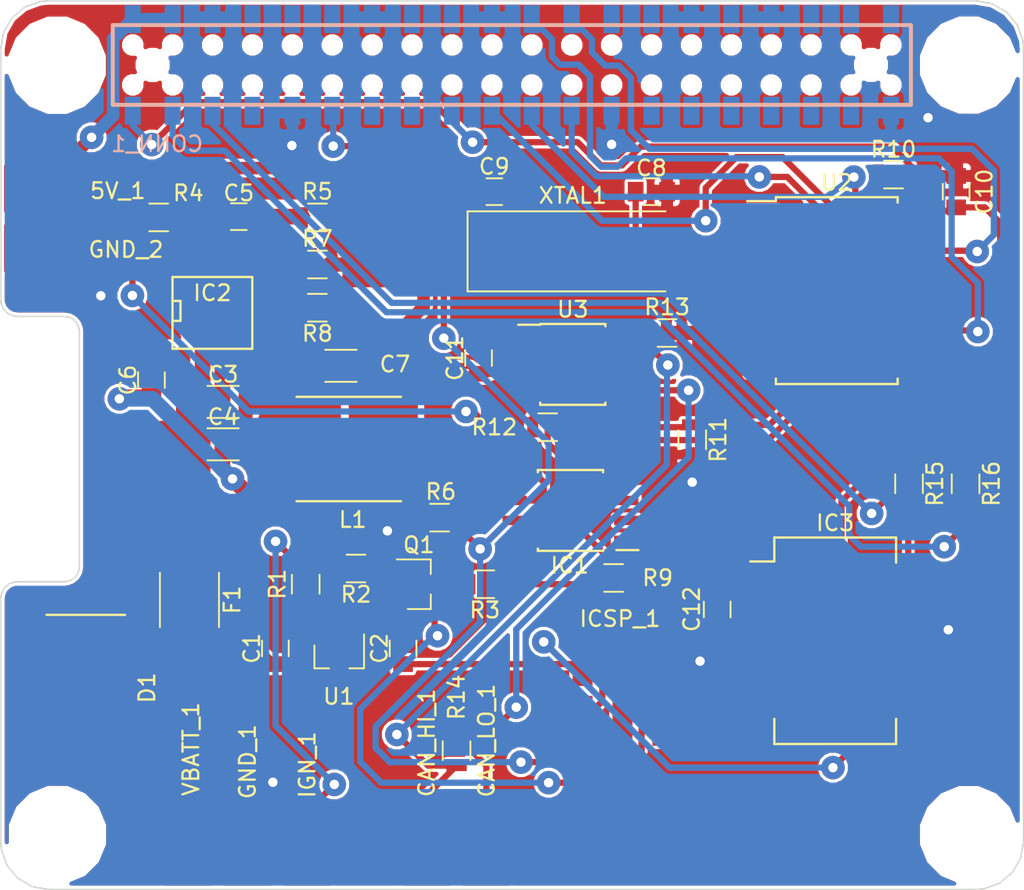
<source format=kicad_pcb>
(kicad_pcb (version 4) (host pcbnew 4.0.6)
  (layers (0 F.Cu signal) (31 B.Cu signal) (34 B.Paste user) (35 F.Paste user) (36 B.SilkS user) (37 F.SilkS user) (38 B.Mask user) (39 F.Mask user) (44 Edge.Cuts user))
  (net 0 "")
  (net 1 "Net-(C1-Pad1)")
  (net 2 GND)
  (net 3 "Net-(IC1-Pad2)")
  (net 4 "Net-(IC1-Pad3)")
  (net 5 "Net-(Q1-Pad1)")
  (net 6 "Net-(C5-Pad1)")
  (net 7 "Net-(C5-Pad2)")
  (net 8 "Net-(C6-Pad1)")
  (net 9 "Net-(C6-Pad2)")
  (net 10 "Net-(CONN_1-Pad7)")
  (net 11 "Net-(CONN_1-Pad8)")
  (net 12 "Net-(CONN_1-Pad10)")
  (net 13 "Net-(CONN_1-Pad12)")
  (net 14 "Net-(CONN_1-Pad13)")
  (net 15 "Net-(CONN_1-Pad15)")
  (net 16 "Net-(CONN_1-Pad16)")
  (net 17 "Net-(CONN_1-Pad18)")
  (net 18 "Net-(D1-Pad1)")
  (net 19 "Net-(IC2-Pad8)")
  (net 20 "Net-(IC2-Pad5)")
  (net 21 "Net-(D1-Pad2)")
  (net 22 3.3V)
  (net 23 5V)
  (net 24 "Net-(C8-Pad1)")
  (net 25 "Net-(C9-Pad1)")
  (net 26 PI_3.3V)
  (net 27 PI_SDA)
  (net 28 PI_SCL)
  (net 29 SCK)
  (net 30 PI_MOSI)
  (net 31 PI_MISO)
  (net 32 PI_INT)
  (net 33 PI_SCK)
  (net 34 PI_SS)
  (net 35 "Net-(CONN_1-Pad26)")
  (net 36 "Net-(CONN_1-Pad27)")
  (net 37 "Net-(CONN_1-Pad28)")
  (net 38 "Net-(CONN_1-Pad29)")
  (net 39 "Net-(CONN_1-Pad31)")
  (net 40 "Net-(CONN_1-Pad32)")
  (net 41 "Net-(CONN_1-Pad33)")
  (net 42 "Net-(CONN_1-Pad35)")
  (net 43 "Net-(CONN_1-Pad36)")
  (net 44 "Net-(CONN_1-Pad37)")
  (net 45 "Net-(CONN_1-Pad38)")
  (net 46 "Net-(CONN_1-Pad40)")
  (net 47 RST)
  (net 48 MOSI)
  (net 49 MISO)
  (net 50 "Net-(IC3-Pad1)")
  (net 51 "Net-(IC3-Pad3)")
  (net 52 "Net-(IC3-Pad4)")
  (net 53 "Net-(IC3-Pad5)")
  (net 54 "Net-(IC3-Pad6)")
  (net 55 "Net-(IC3-Pad7)")
  (net 56 "Net-(IC3-Pad8)")
  (net 57 "Net-(IC3-Pad9)")
  (net 58 "Net-(IC3-Pad10)")
  (net 59 "Net-(IC3-Pad11)")
  (net 60 "Net-(IC3-Pad12)")
  (net 61 "Net-(IGN_1-Pad1)")
  (net 62 "Net-(R10-Pad2)")
  (net 63 "Net-(R11-Pad1)")
  (net 64 "Net-(R12-Pad1)")
  (net 65 "Net-(R13-Pad1)")
  (net 66 "Net-(CAN_HI_1-Pad1)")
  (net 67 "Net-(CAN_LO_1-Pad1)")
  (net 68 "Net-(U2-Pad1)")
  (net 69 "Net-(U2-Pad3)")
  (net 70 "Net-(U2-Pad4)")
  (net 71 "Net-(U2-Pad5)")
  (net 72 "Net-(U2-Pad6)")
  (net 73 "Net-(U2-Pad10)")
  (net 74 "Net-(U2-Pad11)")
  (net 75 "Net-(U3-Pad5)")
  (module Capacitors_SMD:C_0805 (layer F.Cu) (at 141.868 113.488 90)
    (fp_text reference C1 (at 0 -1.5 90) (layer F.SilkS))
    (fp_text value 0.1uF)
    (pad 1 smd rect (at -1 0 90) (size 1 1.25) (layers F.Cu F.Paste F.Mask) (net 1 "Net-(C1-Pad1)"))
    (pad 2 smd rect (at 1 0 90) (size 1 1.25) (layers F.Cu F.Paste F.Mask) (net 2 GND))
  )
  (module Capacitors_SMD:C_0805 (layer F.Cu) (at 149.996 113.488 90)
    (fp_text reference C2 (at 0 -1.5 90) (layer F.SilkS))
    (fp_text value 0.1uF)
    (pad 1 smd rect (at -1 0 90) (size 1 1.25) (layers F.Cu F.Paste F.Mask) (net 22 3.3V))
    (pad 2 smd rect (at 1 0 90) (size 1 1.25) (layers F.Cu F.Paste F.Mask) (net 2 GND))
  )
  (module Capacitors_SMD:C_1206 (layer F.Cu) (at 138.54 97.79)
    (fp_text reference C3 (at 0 -1.75) (layer F.SilkS))
    (fp_text value 10uF)
    (pad 1 smd rect (at -1.5 0) (size 1 1.6) (layers F.Cu F.Paste F.Mask) (net 1 "Net-(C1-Pad1)"))
    (pad 2 smd rect (at 1.5 0) (size 1 1.6) (layers F.Cu F.Paste F.Mask) (net 2 GND))
  )
  (module Capacitors_SMD:C_1206 (layer F.Cu) (at 138.54 100.49)
    (fp_text reference C4 (at 0 -1.75) (layer F.SilkS))
    (fp_text value 10uF)
    (pad 1 smd rect (at -1.5 0) (size 1 1.6) (layers F.Cu F.Paste F.Mask) (net 1 "Net-(C1-Pad1)"))
    (pad 2 smd rect (at 1.5 0) (size 1 1.6) (layers F.Cu F.Paste F.Mask) (net 2 GND))
  )
  (module Capacitors_SMD:C_0805 (layer F.Cu) (at 139.54 85.99)
    (fp_text reference C5 (at 0 -1.5) (layer F.SilkS))
    (fp_text value 3.9nF)
    (pad 1 smd rect (at -1 0) (size 1 1.25) (layers F.Cu F.Paste F.Mask) (net 6 "Net-(C5-Pad1)"))
    (pad 2 smd rect (at 1 0) (size 1 1.25) (layers F.Cu F.Paste F.Mask) (net 7 "Net-(C5-Pad2)"))
  )
  (module Capacitors_SMD:C_0805 (layer F.Cu) (at 133.98 96.4 90)
    (fp_text reference C6 (at 0 -1.5 90) (layer F.SilkS))
    (fp_text value 10nF)
    (pad 1 smd rect (at -1 0 90) (size 1 1.25) (layers F.Cu F.Paste F.Mask) (net 8 "Net-(C6-Pad1)"))
    (pad 2 smd rect (at 1 0 90) (size 1 1.25) (layers F.Cu F.Paste F.Mask) (net 9 "Net-(C6-Pad2)"))
  )
  (module Capacitors_SMD:C_1206 (layer F.Cu) (at 146.04 95.49 180)
    (fp_text reference C7 (at -3.44 0.1 180) (layer F.SilkS))
    (fp_text value 33uF)
    (pad 1 smd rect (at -1.5 0 180) (size 1 1.6) (layers F.Cu F.Paste F.Mask) (net 23 5V))
    (pad 2 smd rect (at 1.5 0 180) (size 1 1.6) (layers F.Cu F.Paste F.Mask) (net 2 GND))
  )
  (module Capacitors_SMD:C_0805 (layer F.Cu) (at 165.8 84.4)
    (fp_text reference C8 (at 0 -1.5) (layer F.SilkS))
    (fp_text value 22pF)
    (pad 1 smd rect (at -1 0) (size 1 1.25) (layers F.Cu F.Paste F.Mask) (net 24 "Net-(C8-Pad1)"))
    (pad 2 smd rect (at 1 0) (size 1 1.25) (layers F.Cu F.Paste F.Mask) (net 2 GND))
  )
  (module Capacitors_SMD:C_0805 (layer F.Cu) (at 155.8 84.4 180)
    (fp_text reference C9 (at 0 1.6 180) (layer F.SilkS))
    (fp_text value 22pF)
    (pad 1 smd rect (at -1 0 180) (size 1 1.25) (layers F.Cu F.Paste F.Mask) (net 25 "Net-(C9-Pad1)"))
    (pad 2 smd rect (at 1 0 180) (size 1 1.25) (layers F.Cu F.Paste F.Mask) (net 2 GND))
  )
  (module Capacitors_SMD:C_0805 (layer F.Cu) (at 185.2 84.4 90)
    (fp_text reference C10 (at 0 1.8 90) (layer F.SilkS))
    (fp_text value 0.1uF)
    (pad 1 smd rect (at -1 0 90) (size 1 1.25) (layers F.Cu F.Paste F.Mask) (net 26 PI_3.3V))
    (pad 2 smd rect (at 1 0 90) (size 1 1.25) (layers F.Cu F.Paste F.Mask) (net 2 GND))
  )
  (module Capacitors_SMD:C_0805 (layer F.Cu) (at 154.8 95 90)
    (fp_text reference C11 (at 0 -1.5 90) (layer F.SilkS))
    (fp_text value 0.1uF)
    (pad 1 smd rect (at -1 0 90) (size 1 1.25) (layers F.Cu F.Paste F.Mask) (net 23 5V))
    (pad 2 smd rect (at 1 0 90) (size 1 1.25) (layers F.Cu F.Paste F.Mask) (net 2 GND))
  )
  (module Capacitors_SMD:C_0805 (layer F.Cu) (at 169.99 111.01 270)
    (fp_text reference C12 (at -0.02 1.62 270) (layer F.SilkS))
    (fp_text value 1uF)
    (pad 1 smd rect (at -1 0 270) (size 1 1.25) (layers F.Cu F.Paste F.Mask) (net 26 PI_3.3V))
    (pad 2 smd rect (at 1 0 270) (size 1 1.25) (layers F.Cu F.Paste F.Mask) (net 2 GND))
  )
  (module rpi-power-supply:DO-214AB (layer F.Cu) (at 129.8 116.1 270)
    (fp_text reference D1 (at -0.1 -3.9 270) (layer F.SilkS))
    (fp_text value D_Schottky hide)
    (pad 2 smd rect (at 3.41 0 270) (size 2.5 3.39) (layers F.Cu F.Paste F.Mask) (net 21 "Net-(D1-Pad2)"))
    (pad 1 smd rect (at -3.41 0 270) (size 2.5 3.39) (layers F.Cu F.Paste F.Mask) (net 18 "Net-(D1-Pad1)"))
  )
  (module Resistors_SMD:R_1812 (layer F.Cu) (at 136.4 110.4 270)
    (fp_text reference F1 (at 0 -2.72 270) (layer F.SilkS))
    (fp_text value Polyfuse)
    (pad 1 smd rect (at -2.44 0 270) (size 1.6 3.5) (layers F.Cu F.Paste F.Mask) (net 1 "Net-(C1-Pad1)"))
    (pad 2 smd rect (at 2.44 0 270) (size 1.6 3.5) (layers F.Cu F.Paste F.Mask) (net 18 "Net-(D1-Pad1)"))
  )
  (module rpi-power-supply:SOIC-8_WIDE_Pitch1.27mm (layer F.Cu) (at 161.5 104.7 180)
    (fp_text reference IC1 (at 0.9 -3.5 180) (layer F.SilkS))
    (fp_text value ATTINY85-20SU hide)
    (pad 1 smd rect (at -2.7 -1.905 180) (size 1.55 0.6) (layers F.Cu F.Paste F.Mask) (net 47 RST))
    (pad 2 smd rect (at -2.7 -0.635 180) (size 1.55 0.6) (layers F.Cu F.Paste F.Mask) (net 3 "Net-(IC1-Pad2)"))
    (pad 3 smd rect (at -2.7 0.635 180) (size 1.55 0.6) (layers F.Cu F.Paste F.Mask) (net 4 "Net-(IC1-Pad3)"))
    (pad 4 smd rect (at -2.7 1.905 180) (size 1.55 0.6) (layers F.Cu F.Paste F.Mask) (net 2 GND))
    (pad 5 smd rect (at 4.4 1.905 180) (size 1.55 0.6) (layers F.Cu F.Paste F.Mask) (net 48 MOSI))
    (pad 6 smd rect (at 4.4 0.635 180) (size 1.55 0.6) (layers F.Cu F.Paste F.Mask) (net 49 MISO))
    (pad 7 smd rect (at 4.4 -0.635 180) (size 1.55 0.6) (layers F.Cu F.Paste F.Mask) (net 29 SCK))
    (pad 8 smd rect (at 4.4 -1.905 180) (size 1.55 0.6) (layers F.Cu F.Paste F.Mask) (net 22 3.3V))
  )
  (module "rpi-power-supply:SOIC8N_(EXPOSED_PAD)" (layer F.Cu) (at 137.86 92.12)
    (fp_text reference IC2 (at 0 -1.27) (layer F.SilkS))
    (fp_text value "STEP_DOWN_CONVERTER_(MP2307)")
    (pad 9 smd rect (at 0 0) (size 3.51 2.62) (layers F.Cu F.Paste F.Mask) (net 2 GND))
    (pad 8 smd rect (at -1.905 -3) (size 0.61 1.6) (layers F.Cu F.Paste F.Mask) (net 19 "Net-(IC2-Pad8)"))
    (pad 7 smd rect (at -0.635 -3) (size 0.61 1.6) (layers F.Cu F.Paste F.Mask) (net 49 MISO))
    (pad 6 smd rect (at 0.635 -3) (size 0.61 1.6) (layers F.Cu F.Paste F.Mask) (net 6 "Net-(C5-Pad1)"))
    (pad 5 smd rect (at 1.905 -3) (size 0.61 1.6) (layers F.Cu F.Paste F.Mask) (net 20 "Net-(IC2-Pad5)"))
    (pad 4 smd rect (at 1.905 3) (size 0.61 1.6) (layers F.Cu F.Paste F.Mask) (net 2 GND))
    (pad 3 smd rect (at 0.635 3) (size 0.61 1.6) (layers F.Cu F.Paste F.Mask) (net 8 "Net-(C6-Pad1)"))
    (pad 2 smd rect (at -0.635 3) (size 0.61 1.6) (layers F.Cu F.Paste F.Mask) (net 1 "Net-(C1-Pad1)"))
    (pad 1 smd rect (at -1.905 3) (size 0.61 1.6) (layers F.Cu F.Paste F.Mask) (net 9 "Net-(C6-Pad2)"))
  )
  (module Housings_SOIC:SOIC-16W_7.5x12.8mm_Pitch1.27mm (layer F.Cu) (at 177.5 113)
    (fp_text reference IC3 (at 0 -7.5) (layer F.SilkS))
    (fp_text value "RTC_(DS3231)")
    (pad 1 smd rect (at -4.65 -4.445) (size 1.5 0.6) (layers F.Cu F.Paste F.Mask) (net 50 "Net-(IC3-Pad1)"))
    (pad 2 smd rect (at -4.65 -3.175) (size 1.5 0.6) (layers F.Cu F.Paste F.Mask) (net 26 PI_3.3V))
    (pad 3 smd rect (at -4.65 -1.905) (size 1.5 0.6) (layers F.Cu F.Paste F.Mask) (net 51 "Net-(IC3-Pad3)"))
    (pad 4 smd rect (at -4.65 -0.635) (size 1.5 0.6) (layers F.Cu F.Paste F.Mask) (net 52 "Net-(IC3-Pad4)"))
    (pad 5 smd rect (at -4.65 0.635) (size 1.5 0.6) (layers F.Cu F.Paste F.Mask) (net 53 "Net-(IC3-Pad5)"))
    (pad 6 smd rect (at -4.65 1.905) (size 1.5 0.6) (layers F.Cu F.Paste F.Mask) (net 54 "Net-(IC3-Pad6)"))
    (pad 7 smd rect (at -4.65 3.175) (size 1.5 0.6) (layers F.Cu F.Paste F.Mask) (net 55 "Net-(IC3-Pad7)"))
    (pad 8 smd rect (at -4.65 4.445) (size 1.5 0.6) (layers F.Cu F.Paste F.Mask) (net 56 "Net-(IC3-Pad8)"))
    (pad 9 smd rect (at 4.65 4.445) (size 1.5 0.6) (layers F.Cu F.Paste F.Mask) (net 57 "Net-(IC3-Pad9)"))
    (pad 10 smd rect (at 4.65 3.175) (size 1.5 0.6) (layers F.Cu F.Paste F.Mask) (net 58 "Net-(IC3-Pad10)"))
    (pad 11 smd rect (at 4.65 1.905) (size 1.5 0.6) (layers F.Cu F.Paste F.Mask) (net 59 "Net-(IC3-Pad11)"))
    (pad 12 smd rect (at 4.65 0.635) (size 1.5 0.6) (layers F.Cu F.Paste F.Mask) (net 60 "Net-(IC3-Pad12)"))
    (pad 13 smd rect (at 4.65 -0.635) (size 1.5 0.6) (layers F.Cu F.Paste F.Mask) (net 2 GND))
    (pad 14 smd rect (at 4.65 -1.905) (size 1.5 0.6) (layers F.Cu F.Paste F.Mask) (net 22 3.3V))
    (pad 15 smd rect (at 4.65 -3.175) (size 1.5 0.6) (layers F.Cu F.Paste F.Mask) (net 27 PI_SDA))
    (pad 16 smd rect (at 4.65 -4.445) (size 1.5 0.6) (layers F.Cu F.Paste F.Mask) (net 28 PI_SCL))
  )
  (module "rpi-power-supply:INDUCTOR_10uH_(ASPI-0630LR)" (layer F.Cu) (at 146.54 100.79)
    (fp_text reference L1 (at 0.25 4.5) (layer F.SilkS))
    (fp_text value 10uH)
    (pad 2 smd rect (at 3.025 0) (size 2.35 3.4) (layers F.Cu F.Paste F.Mask) (net 23 5V))
    (pad 1 smd rect (at -3.025 0) (size 2.35 3.4) (layers F.Cu F.Paste F.Mask) (net 8 "Net-(C6-Pad1)"))
  )
  (module TO_SOT_Packages_SMD:SOT-23 (layer F.Cu) (at 151 109.4)
    (fp_text reference Q1 (at 0 -2.5) (layer F.SilkS))
    (fp_text value "MOSFET_N_(2N7002P,215)")
    (pad 1 smd rect (at -1 -0.95) (size 0.9 0.8) (layers F.Cu F.Paste F.Mask) (net 5 "Net-(Q1-Pad1)"))
    (pad 2 smd rect (at -1 0.95) (size 0.9 0.8) (layers F.Cu F.Paste F.Mask) (net 2 GND))
    (pad 3 smd rect (at 1 0) (size 0.9 0.8) (layers F.Cu F.Paste F.Mask) (net 48 MOSI))
  )
  (module Resistors_SMD:R_0805 (layer F.Cu) (at 143.8 109.4 270)
    (fp_text reference R1 (at 0 1.8 270) (layer F.SilkS))
    (fp_text value 100k)
    (pad 1 smd rect (at -0.95 0 270) (size 0.7 1.3) (layers F.Cu F.Paste F.Mask) (net 61 "Net-(IGN_1-Pad1)"))
    (pad 2 smd rect (at 0.95 0 270) (size 0.7 1.3) (layers F.Cu F.Paste F.Mask) (net 2 GND))
  )
  (module Resistors_SMD:R_0805 (layer F.Cu) (at 147 108.4 180)
    (fp_text reference R2 (at 0 -1.65 180) (layer F.SilkS))
    (fp_text value 150)
    (pad 1 smd rect (at -0.95 0 180) (size 0.7 1.3) (layers F.Cu F.Paste F.Mask) (net 5 "Net-(Q1-Pad1)"))
    (pad 2 smd rect (at 0.95 0 180) (size 0.7 1.3) (layers F.Cu F.Paste F.Mask) (net 61 "Net-(IGN_1-Pad1)"))
  )
  (module Resistors_SMD:R_0805 (layer F.Cu) (at 155.2 109.4 180)
    (fp_text reference R3 (at 0 -1.65 180) (layer F.SilkS))
    (fp_text value 100k)
    (pad 1 smd rect (at -0.95 0 180) (size 0.7 1.3) (layers F.Cu F.Paste F.Mask) (net 22 3.3V))
    (pad 2 smd rect (at 0.95 0 180) (size 0.7 1.3) (layers F.Cu F.Paste F.Mask) (net 48 MOSI))
  )
  (module Resistors_SMD:R_0805 (layer F.Cu) (at 134.44 86.04 180)
    (fp_text reference R4 (at -1.89 1.55 180) (layer F.SilkS))
    (fp_text value 100k)
    (pad 1 smd rect (at -0.95 0 180) (size 0.7 1.3) (layers F.Cu F.Paste F.Mask) (net 49 MISO))
    (pad 2 smd rect (at 0.95 0 180) (size 0.7 1.3) (layers F.Cu F.Paste F.Mask) (net 2 GND))
  )
  (module Resistors_SMD:R_0805 (layer F.Cu) (at 144.54 86.04)
    (fp_text reference R5 (at 0 -1.65) (layer F.SilkS))
    (fp_text value 6.8K)
    (pad 1 smd rect (at -0.95 0) (size 0.7 1.3) (layers F.Cu F.Paste F.Mask) (net 7 "Net-(C5-Pad2)"))
    (pad 2 smd rect (at 0.95 0) (size 0.7 1.3) (layers F.Cu F.Paste F.Mask) (net 2 GND))
  )
  (module Resistors_SMD:R_0805 (layer F.Cu) (at 152.32 105.16 180)
    (fp_text reference R6 (at -0.08 1.65 180) (layer F.SilkS))
    (fp_text value 100k)
    (pad 1 smd rect (at -0.95 0 180) (size 0.7 1.3) (layers F.Cu F.Paste F.Mask) (net 29 SCK))
    (pad 2 smd rect (at 0.95 0 180) (size 0.7 1.3) (layers F.Cu F.Paste F.Mask) (net 2 GND))
  )
  (module Resistors_SMD:R_0805 (layer F.Cu) (at 144.54 89.04)
    (fp_text reference R7 (at 0 -1.65) (layer F.SilkS))
    (fp_text value 2.2K)
    (pad 1 smd rect (at -0.95 0) (size 0.7 1.3) (layers F.Cu F.Paste F.Mask) (net 20 "Net-(IC2-Pad5)"))
    (pad 2 smd rect (at 0.95 0) (size 0.7 1.3) (layers F.Cu F.Paste F.Mask) (net 2 GND))
  )
  (module Resistors_SMD:R_0805 (layer F.Cu) (at 144.54 91.79 180)
    (fp_text reference R8 (at 0 -1.65 180) (layer F.SilkS))
    (fp_text value 10k)
    (pad 1 smd rect (at -0.95 0 180) (size 0.7 1.3) (layers F.Cu F.Paste F.Mask) (net 23 5V))
    (pad 2 smd rect (at 0.95 0 180) (size 0.7 1.3) (layers F.Cu F.Paste F.Mask) (net 20 "Net-(IC2-Pad5)"))
  )
  (module Resistors_SMD:R_0805 (layer F.Cu) (at 163.4 109)
    (fp_text reference R9 (at 2.8 0) (layer F.SilkS))
    (fp_text value 1K)
    (pad 1 smd rect (at -0.95 0) (size 0.7 1.3) (layers F.Cu F.Paste F.Mask) (net 22 3.3V))
    (pad 2 smd rect (at 0.95 0) (size 0.7 1.3) (layers F.Cu F.Paste F.Mask) (net 47 RST))
  )
  (module Resistors_SMD:R_0805 (layer F.Cu) (at 181.21 83.31 180)
    (fp_text reference R10 (at 0 1.6 180) (layer F.SilkS))
    (fp_text value 10K)
    (pad 1 smd rect (at -0.95 0 180) (size 0.7 1.3) (layers F.Cu F.Paste F.Mask) (net 26 PI_3.3V))
    (pad 2 smd rect (at 0.95 0 180) (size 0.7 1.3) (layers F.Cu F.Paste F.Mask) (net 62 "Net-(R10-Pad2)"))
  )
  (module Resistors_SMD:R_0805 (layer F.Cu) (at 168.4 100.2 270)
    (fp_text reference R11 (at 0 -1.65 270) (layer F.SilkS))
    (fp_text value 22K)
    (pad 1 smd rect (at -0.95 0 270) (size 0.7 1.3) (layers F.Cu F.Paste F.Mask) (net 63 "Net-(R11-Pad1)"))
    (pad 2 smd rect (at 0.95 0 270) (size 0.7 1.3) (layers F.Cu F.Paste F.Mask) (net 2 GND))
  )
  (module Resistors_SMD:R_0805 (layer F.Cu) (at 159.2 99.4)
    (fp_text reference R12 (at -3.4 0) (layer F.SilkS))
    (fp_text value 10K)
    (pad 1 smd rect (at -0.95 0) (size 0.7 1.3) (layers F.Cu F.Paste F.Mask) (net 64 "Net-(R12-Pad1)"))
    (pad 2 smd rect (at 0.95 0) (size 0.7 1.3) (layers F.Cu F.Paste F.Mask) (net 63 "Net-(R11-Pad1)"))
  )
  (module Resistors_SMD:R_0805 (layer F.Cu) (at 166.8 93.4)
    (fp_text reference R13 (at 0 -1.65) (layer F.SilkS))
    (fp_text value 10K)
    (pad 1 smd rect (at -0.95 0) (size 0.7 1.3) (layers F.Cu F.Paste F.Mask) (net 65 "Net-(R13-Pad1)"))
    (pad 2 smd rect (at 0.95 0) (size 0.7 1.3) (layers F.Cu F.Paste F.Mask) (net 2 GND))
  )
  (module Resistors_SMD:R_0805 (layer F.Cu) (at 153.4 120 90)
    (fp_text reference R14 (at 3.4 0 90) (layer F.SilkS))
    (fp_text value 120R)
    (pad 1 smd rect (at -0.95 0 90) (size 0.7 1.3) (layers F.Cu F.Paste F.Mask) (net 66 "Net-(CAN_HI_1-Pad1)"))
    (pad 2 smd rect (at 0.95 0 90) (size 0.7 1.3) (layers F.Cu F.Paste F.Mask) (net 67 "Net-(CAN_LO_1-Pad1)"))
  )
  (module Resistors_SMD:R_0805 (layer F.Cu) (at 182.2 103 270)
    (fp_text reference R15 (at 0 -1.65 270) (layer F.SilkS))
    (fp_text value 10K)
    (pad 1 smd rect (at -0.95 0 270) (size 0.7 1.3) (layers F.Cu F.Paste F.Mask) (net 26 PI_3.3V))
    (pad 2 smd rect (at 0.95 0 270) (size 0.7 1.3) (layers F.Cu F.Paste F.Mask) (net 28 PI_SCL))
  )
  (module Resistors_SMD:R_0805 (layer F.Cu) (at 185.8 103 270)
    (fp_text reference R16 (at 0 -1.65 270) (layer F.SilkS))
    (fp_text value 10K)
    (pad 1 smd rect (at -0.95 0 270) (size 0.7 1.3) (layers F.Cu F.Paste F.Mask) (net 26 PI_3.3V))
    (pad 2 smd rect (at 0.95 0 270) (size 0.7 1.3) (layers F.Cu F.Paste F.Mask) (net 27 PI_SDA))
  )
  (module TO_SOT_Packages_SMD:SOT-23 (layer F.Cu) (at 145.932 113.996 270)
    (fp_text reference U1 (at 2.554 0.022 360) (layer F.SilkS))
    (fp_text value LM3480-3.3)
    (pad 1 smd rect (at -1 -0.95 270) (size 0.9 0.8) (layers F.Cu F.Paste F.Mask) (net 22 3.3V))
    (pad 2 smd rect (at -1 0.95 270) (size 0.9 0.8) (layers F.Cu F.Paste F.Mask) (net 1 "Net-(C1-Pad1)"))
    (pad 3 smd rect (at 1 0 270) (size 0.9 0.8) (layers F.Cu F.Paste F.Mask) (net 2 GND))
  )
  (module Housings_SOIC:SOIC-18W_7.5x11.6mm_Pitch1.27mm (layer F.Cu) (at 177.6 90.7)
    (fp_text reference U2 (at 0 -6.875) (layer F.SilkS))
    (fp_text value MCP2515T-I/SO)
    (pad 1 smd rect (at -4.7 -5.08) (size 2 0.6) (layers F.Cu F.Paste F.Mask) (net 68 "Net-(U2-Pad1)"))
    (pad 2 smd rect (at -4.7 -3.81) (size 2 0.6) (layers F.Cu F.Paste F.Mask) (net 63 "Net-(R11-Pad1)"))
    (pad 3 smd rect (at -4.7 -2.54) (size 2 0.6) (layers F.Cu F.Paste F.Mask) (net 69 "Net-(U2-Pad3)"))
    (pad 4 smd rect (at -4.7 -1.27) (size 2 0.6) (layers F.Cu F.Paste F.Mask) (net 70 "Net-(U2-Pad4)"))
    (pad 5 smd rect (at -4.7 0) (size 2 0.6) (layers F.Cu F.Paste F.Mask) (net 71 "Net-(U2-Pad5)"))
    (pad 6 smd rect (at -4.7 1.27) (size 2 0.6) (layers F.Cu F.Paste F.Mask) (net 72 "Net-(U2-Pad6)"))
    (pad 7 smd rect (at -4.7 2.54) (size 2 0.6) (layers F.Cu F.Paste F.Mask) (net 24 "Net-(C8-Pad1)"))
    (pad 8 smd rect (at -4.7 3.81) (size 2 0.6) (layers F.Cu F.Paste F.Mask) (net 25 "Net-(C9-Pad1)"))
    (pad 9 smd rect (at -4.7 5.08) (size 2 0.6) (layers F.Cu F.Paste F.Mask) (net 2 GND))
    (pad 10 smd rect (at 4.7 5.08) (size 2 0.6) (layers F.Cu F.Paste F.Mask) (net 73 "Net-(U2-Pad10)"))
    (pad 11 smd rect (at 4.7 3.81) (size 2 0.6) (layers F.Cu F.Paste F.Mask) (net 74 "Net-(U2-Pad11)"))
    (pad 12 smd rect (at 4.7 2.54) (size 2 0.6) (layers F.Cu F.Paste F.Mask) (net 32 PI_INT))
    (pad 13 smd rect (at 4.7 1.27) (size 2 0.6) (layers F.Cu F.Paste F.Mask) (net 33 PI_SCK))
    (pad 14 smd rect (at 4.7 0) (size 2 0.6) (layers F.Cu F.Paste F.Mask) (net 30 PI_MOSI))
    (pad 15 smd rect (at 4.7 -1.27) (size 2 0.6) (layers F.Cu F.Paste F.Mask) (net 31 PI_MISO))
    (pad 16 smd rect (at 4.7 -2.54) (size 2 0.6) (layers F.Cu F.Paste F.Mask) (net 34 PI_SS))
    (pad 17 smd rect (at 4.7 -3.81) (size 2 0.6) (layers F.Cu F.Paste F.Mask) (net 62 "Net-(R10-Pad2)"))
    (pad 18 smd rect (at 4.7 -5.08) (size 2 0.6) (layers F.Cu F.Paste F.Mask) (net 26 PI_3.3V))
  )
  (module Housings_SOIC:SOIC-8_3.9x4.9mm_Pitch1.27mm (layer F.Cu) (at 160.8 95.4)
    (fp_text reference U3 (at 0 -3.5) (layer F.SilkS))
    (fp_text value MCP2551-I/SN)
    (pad 1 smd rect (at -2.7 -1.905) (size 1.55 0.6) (layers F.Cu F.Paste F.Mask) (net 68 "Net-(U2-Pad1)"))
    (pad 2 smd rect (at -2.7 -0.635) (size 1.55 0.6) (layers F.Cu F.Paste F.Mask) (net 2 GND))
    (pad 3 smd rect (at -2.7 0.635) (size 1.55 0.6) (layers F.Cu F.Paste F.Mask) (net 23 5V))
    (pad 4 smd rect (at -2.7 1.905) (size 1.55 0.6) (layers F.Cu F.Paste F.Mask) (net 64 "Net-(R12-Pad1)"))
    (pad 5 smd rect (at 2.7 1.905) (size 1.55 0.6) (layers F.Cu F.Paste F.Mask) (net 75 "Net-(U3-Pad5)"))
    (pad 6 smd rect (at 2.7 0.635) (size 1.55 0.6) (layers F.Cu F.Paste F.Mask) (net 67 "Net-(CAN_LO_1-Pad1)"))
    (pad 7 smd rect (at 2.7 -0.635) (size 1.55 0.6) (layers F.Cu F.Paste F.Mask) (net 66 "Net-(CAN_HI_1-Pad1)"))
    (pad 8 smd rect (at 2.7 -1.905) (size 1.55 0.6) (layers F.Cu F.Paste F.Mask) (net 65 "Net-(R13-Pad1)"))
  )
  (module Crystals:Crystal_SMD_HC49-SD (layer F.Cu) (at 160.8 88.2)
    (fp_text reference XTAL1 (at 0 -3.55) (layer F.SilkS))
    (fp_text value Crystal)
    (pad 1 smd rect (at -4.25 0) (size 4.5 2) (layers F.Cu F.Paste F.Mask) (net 25 "Net-(C9-Pad1)"))
    (pad 2 smd rect (at 4.25 0) (size 4.5 2) (layers F.Cu F.Paste F.Mask) (net 24 "Net-(C8-Pad1)"))
  )
  (module rpi-power-supply:2mm_X_3mm_WIRE_PAD (layer F.Cu) (at 136.3 126.1)
    (fp_text reference VBATT_1 (at 0.2 -6.2 90) (layer F.SilkS))
    (fp_text value CONN_01X01 hide)
    (pad 1 smd rect (at 0 0) (size 3 5) (layers F.Cu F.Paste F.Mask) (net 21 "Net-(D1-Pad2)"))
  )
  (module rpi-power-supply:2mm_X_3mm_WIRE_PAD (layer F.Cu) (at 143.9 126.1)
    (fp_text reference IGN_1 (at 0 -5.2 90) (layer F.SilkS))
    (fp_text value CONN_01X01 hide)
    (pad 1 smd rect (at 0 0) (size 3 5) (layers F.Cu F.Paste F.Mask) (net 61 "Net-(IGN_1-Pad1)"))
  )
  (module rpi-power-supply:2mm_X_3mm_WIRE_PAD (layer F.Cu) (at 127.1 88 270)
    (fp_text reference GND_2 (at 0.09 -5.26 360) (layer F.SilkS))
    (fp_text value CONN_01X01 hide)
    (pad 1 smd rect (at 0 0 270) (size 3 5) (layers F.Cu F.Paste F.Mask) (net 2 GND))
  )
  (module rpi-power-supply:2mm_X_3mm_WIRE_PAD (layer F.Cu) (at 140.1 126.1)
    (fp_text reference GND_1 (at 0 -5.4 90) (layer F.SilkS))
    (fp_text value CONN_01X01 hide)
    (pad 1 smd rect (at 0 0) (size 3 5) (layers F.Cu F.Paste F.Mask) (net 2 GND))
  )
  (module rpi-power-supply:2mm_X_3mm_WIRE_PAD (layer F.Cu) (at 155.3 126.1)
    (fp_text reference CAN_LO_1 (at 0.01 -6.74 90) (layer F.SilkS))
    (fp_text value CONN_01X01 hide)
    (pad 1 smd rect (at 0 0) (size 3 5) (layers F.Cu F.Paste F.Mask) (net 67 "Net-(CAN_LO_1-Pad1)"))
  )
  (module rpi-power-supply:2mm_X_3mm_WIRE_PAD (layer F.Cu) (at 151.5 126.1)
    (fp_text reference CAN_HI_1 (at 0 -6.6 90) (layer F.SilkS))
    (fp_text value CONN_01X01 hide)
    (pad 1 smd rect (at 0 0) (size 3 5) (layers F.Cu F.Paste F.Mask) (net 66 "Net-(CAN_HI_1-Pad1)"))
  )
  (module rpi-power-supply:2mm_X_3mm_WIRE_PAD (layer F.Cu) (at 127.1 84.2 270)
    (fp_text reference 5V_1 (at 0.15 -4.74 360) (layer F.SilkS))
    (fp_text value CONN_01X01 hide)
    (pad 1 smd rect (at 0 0 270) (size 3 5) (layers F.Cu F.Paste F.Mask) (net 23 5V))
  )
  (module rpi-power-supply:RPi_MOUNTING_HOLE (layer F.Cu) (at 127.98 76.35)
    (fp_text reference "" hide)
    (fp_text value RPi_MOUNTING_HOLE hide)
    (pad "" np_thru_hole circle (at 0 0) (size 2.75 2.75) (drill 2.75) (layers *.Cu *.Mask) (clearance 1.725))
  )
  (module rpi-power-supply:RPi_MOUNTING_HOLE (layer F.Cu) (at 185.99 76.34)
    (fp_text reference "" hide)
    (fp_text value RPi_MOUNTING_HOLE hide)
    (pad "" np_thru_hole circle (at 0 0) (size 2.75 2.75) (drill 2.75) (layers *.Cu *.Mask) (clearance 1.725))
  )
  (module rpi-power-supply:RPi_MOUNTING_HOLE (layer F.Cu) (at 185.99 125.35)
    (fp_text reference "" hide)
    (fp_text value RPi_MOUNTING_HOLE hide)
    (pad "" np_thru_hole circle (at 0 0) (size 2.75 2.75) (drill 2.75) (layers *.Cu *.Mask) (clearance 1.725))
  )
  (module rpi-power-supply:RPi_MOUNTING_HOLE (layer F.Cu) (at 128 125.34)
    (fp_text reference "" hide)
    (fp_text value RPi_MOUNTING_HOLE hide)
    (pad "" np_thru_hole circle (at 0 0) (size 2.75 2.75) (drill 2.75) (layers *.Cu *.Mask) (clearance 1.725))
  )
  (module rpi-power-supply:2X3_HEADER_SMD_HORIZONTAL (layer F.Cu) (at 166.5 118.1 180)
    (fp_text reference ICSP_1 (at 2.7 6.5 180) (layer F.SilkS))
    (fp_text value CONN_02X03 hide)
    (pad 5 smd rect (at 0 0 180) (size 1.27 3.18) (layers F.Cu F.Paste F.Mask) (net 47 RST))
    (pad 6 smd rect (at 0 3.81 180) (size 1.27 3.18) (layers F.Cu F.Paste F.Mask) (net 2 GND))
    (pad 3 smd rect (at 2.54 0 180) (size 1.27 3.18) (layers F.Cu F.Paste F.Mask) (net 29 SCK))
    (pad 4 smd rect (at 2.54 3.81 180) (size 1.27 3.18) (layers F.Cu F.Paste F.Mask) (net 48 MOSI))
    (pad 1 smd rect (at 5.08 0 180) (size 1.27 3.18) (layers F.Cu F.Paste F.Mask) (net 49 MISO))
    (pad 2 smd rect (at 5.08 3.81 180) (size 1.27 3.18) (layers F.Cu F.Paste F.Mask) (net 22 3.3V))
  )
  (module "rpi-power-supply:40-PIN_SMD_(M20-7812045)" (layer B.Cu) (at 156.9 76.35)
    (fp_text reference CONN_1 (at -22.56 5.01 180) (layer B.SilkS) (effects (justify mirror)))
    (fp_text value Raspberry_Pi_2_3 hide)
    (pad 34 smd rect (at 16.53 -2.9378) (size 1.02 1.78) (layers B.Cu B.Paste B.Mask) (net 2 GND))
    (pad 36 smd rect (at 19.07 -2.9378) (size 1.02 1.78) (layers B.Cu B.Paste B.Mask) (net 43 "Net-(CONN_1-Pad36)"))
    (pad 40 smd rect (at 24.15 -2.9378) (size 1.02 1.78) (layers B.Cu B.Paste B.Mask) (net 46 "Net-(CONN_1-Pad40)"))
    (pad 38 smd rect (at 21.61 -2.9378) (size 1.02 1.78) (layers B.Cu B.Paste B.Mask) (net 45 "Net-(CONN_1-Pad38)"))
    (pad 18 smd rect (at -3.79 -2.9378) (size 1.02 1.78) (layers B.Cu B.Paste B.Mask) (net 17 "Net-(CONN_1-Pad18)"))
    (pad 20 smd rect (at -1.25 -2.9378) (size 1.02 1.78) (layers B.Cu B.Paste B.Mask) (net 2 GND))
    (pad 24 smd rect (at 3.83 -2.9378) (size 1.02 1.78) (layers B.Cu B.Paste B.Mask) (net 34 PI_SS))
    (pad 22 smd rect (at 1.29 -2.9378) (size 1.02 1.78) (layers B.Cu B.Paste B.Mask) (net 32 PI_INT))
    (pad 30 smd rect (at 11.45 -2.9378) (size 1.02 1.78) (layers B.Cu B.Paste B.Mask) (net 2 GND))
    (pad 32 smd rect (at 13.99 -2.9378) (size 1.02 1.78) (layers B.Cu B.Paste B.Mask) (net 40 "Net-(CONN_1-Pad32)"))
    (pad 28 smd rect (at 8.91 -2.9378) (size 1.02 1.78) (layers B.Cu B.Paste B.Mask) (net 37 "Net-(CONN_1-Pad28)"))
    (pad 26 smd rect (at 6.37 -2.9378) (size 1.02 1.78) (layers B.Cu B.Paste B.Mask) (net 35 "Net-(CONN_1-Pad26)"))
    (pad 10 smd rect (at -13.95 -2.9378) (size 1.02 1.78) (layers B.Cu B.Paste B.Mask) (net 12 "Net-(CONN_1-Pad10)"))
    (pad 12 smd rect (at -11.41 -2.9378) (size 1.02 1.78) (layers B.Cu B.Paste B.Mask) (net 13 "Net-(CONN_1-Pad12)"))
    (pad 16 smd rect (at -6.33 -2.9378) (size 1.02 1.78) (layers B.Cu B.Paste B.Mask) (net 16 "Net-(CONN_1-Pad16)"))
    (pad 14 smd rect (at -8.87 -2.9378) (size 1.02 1.78) (layers B.Cu B.Paste B.Mask) (net 2 GND))
    (pad 6 smd rect (at -19.03 -2.9378) (size 1.02 1.78) (layers B.Cu B.Paste B.Mask) (net 2 GND))
    (pad 8 smd rect (at -16.49 -2.9378) (size 1.02 1.78) (layers B.Cu B.Paste B.Mask) (net 11 "Net-(CONN_1-Pad8)"))
    (pad 4 smd rect (at -21.57 -2.9378) (size 1.02 1.78) (layers B.Cu B.Paste B.Mask) (net 23 5V))
    (pad 2 smd rect (at -24.11 -2.9378) (size 1.02 1.78) (layers B.Cu B.Paste B.Mask) (net 23 5V))
    (pad 39 smd rect (at 24.15 2.8978) (size 1.02 1.78) (layers B.Cu B.Paste B.Mask) (net 2 GND))
    (pad 37 smd rect (at 21.61 2.8978) (size 1.02 1.78) (layers B.Cu B.Paste B.Mask) (net 44 "Net-(CONN_1-Pad37)"))
    (pad 33 smd rect (at 16.53 2.8978) (size 1.02 1.78) (layers B.Cu B.Paste B.Mask) (net 41 "Net-(CONN_1-Pad33)"))
    (pad 35 smd rect (at 19.07 2.8978) (size 1.02 1.78) (layers B.Cu B.Paste B.Mask) (net 42 "Net-(CONN_1-Pad35)"))
    (pad 27 smd rect (at 8.91 2.8978) (size 1.02 1.78) (layers B.Cu B.Paste B.Mask) (net 36 "Net-(CONN_1-Pad27)"))
    (pad 25 smd rect (at 6.37 2.8978) (size 1.02 1.78) (layers B.Cu B.Paste B.Mask) (net 2 GND))
    (pad 29 smd rect (at 11.45 2.8978) (size 1.02 1.78) (layers B.Cu B.Paste B.Mask) (net 38 "Net-(CONN_1-Pad29)"))
    (pad 31 smd rect (at 13.99 2.8978) (size 1.02 1.78) (layers B.Cu B.Paste B.Mask) (net 39 "Net-(CONN_1-Pad31)"))
    (pad 23 smd rect (at 3.83 2.8978) (size 1.02 1.78) (layers B.Cu B.Paste B.Mask) (net 33 PI_SCK))
    (pad 21 smd rect (at 1.29 2.8978) (size 1.02 1.78) (layers B.Cu B.Paste B.Mask) (net 31 PI_MISO))
    (pad 17 smd rect (at -3.79 2.8978) (size 1.02 1.78) (layers B.Cu B.Paste B.Mask) (net 26 PI_3.3V))
    (pad 19 smd rect (at -1.25 2.8978) (size 1.02 1.78) (layers B.Cu B.Paste B.Mask) (net 30 PI_MOSI))
    (pad 3 smd rect (at -21.57 2.8978) (size 1.02 1.78) (layers B.Cu B.Paste B.Mask) (net 27 PI_SDA))
    (pad 1 smd rect (at -24.11 2.8978) (size 1.02 1.78) (layers B.Cu B.Paste B.Mask) (net 26 PI_3.3V))
    (pad 5 smd rect (at -19.03 2.8978) (size 1.02 1.78) (layers B.Cu B.Paste B.Mask) (net 28 PI_SCL))
    (pad 7 smd rect (at -16.49 2.8978) (size 1.02 1.78) (layers B.Cu B.Paste B.Mask) (net 10 "Net-(CONN_1-Pad7)"))
    (pad 15 smd rect (at -6.33 2.8978) (size 1.02 1.78) (layers B.Cu B.Paste B.Mask) (net 15 "Net-(CONN_1-Pad15)"))
    (pad 13 smd rect (at -8.87 2.8978) (size 1.02 1.78) (layers B.Cu B.Paste B.Mask) (net 14 "Net-(CONN_1-Pad13)"))
    (pad "" np_thru_hole circle (at 3.83 1.25 180) (size 0.9652 0.9652) (drill 0.9652) (layers *.Cu *.Mask B.SilkS))
    (pad "" np_thru_hole circle (at 1.29 1.25 180) (size 0.9652 0.9652) (drill 0.9652) (layers *.Cu *.Mask B.SilkS))
    (pad "" np_thru_hole circle (at 6.37 1.25 180) (size 0.9652 0.9652) (drill 0.9652) (layers *.Cu *.Mask B.SilkS))
    (pad "" np_thru_hole circle (at 8.91 1.25 180) (size 0.9652 0.9652) (drill 0.9652) (layers *.Cu *.Mask B.SilkS))
    (pad "" np_thru_hole circle (at 19.07 1.25 180) (size 0.9652 0.9652) (drill 0.9652) (layers *.Cu *.Mask B.SilkS))
    (pad "" np_thru_hole circle (at 16.53 1.25 180) (size 0.9652 0.9652) (drill 0.9652) (layers *.Cu *.Mask B.SilkS))
    (pad "" np_thru_hole circle (at 11.45 1.25 180) (size 0.9652 0.9652) (drill 0.9652) (layers *.Cu *.Mask B.SilkS))
    (pad "" np_thru_hole circle (at 13.99 1.25 180) (size 0.9652 0.9652) (drill 0.9652) (layers *.Cu *.Mask B.SilkS))
    (pad "" np_thru_hole circle (at 21.61 1.25 180) (size 0.9652 0.9652) (drill 0.9652) (layers *.Cu *.Mask B.SilkS))
    (pad "" np_thru_hole circle (at 24.15 1.25 180) (size 0.9652 0.9652) (drill 0.9652) (layers *.Cu *.Mask B.SilkS))
    (pad "" np_thru_hole circle (at -1.25 1.25 180) (size 0.9652 0.9652) (drill 0.9652) (layers *.Cu *.Mask B.SilkS))
    (pad "" np_thru_hole circle (at -3.79 1.25 180) (size 0.9652 0.9652) (drill 0.9652) (layers *.Cu *.Mask B.SilkS))
    (pad "" np_thru_hole circle (at -11.41 1.25 180) (size 0.9652 0.9652) (drill 0.9652) (layers *.Cu *.Mask B.SilkS))
    (pad "" np_thru_hole circle (at -13.95 1.25 180) (size 0.9652 0.9652) (drill 0.9652) (layers *.Cu *.Mask B.SilkS))
    (pad "" np_thru_hole circle (at -8.87 1.25 180) (size 0.9652 0.9652) (drill 0.9652) (layers *.Cu *.Mask B.SilkS))
    (pad "" np_thru_hole circle (at -6.33 1.25 180) (size 0.9652 0.9652) (drill 0.9652) (layers *.Cu *.Mask B.SilkS))
    (pad "" np_thru_hole circle (at -16.49 1.25 180) (size 0.9652 0.9652) (drill 0.9652) (layers *.Cu *.Mask B.SilkS))
    (pad "" np_thru_hole circle (at -19.03 1.25 180) (size 0.9652 0.9652) (drill 0.9652) (layers *.Cu *.Mask B.SilkS))
    (pad "" np_thru_hole circle (at -24.11 1.25 180) (size 0.9652 0.9652) (drill 0.9652) (layers *.Cu *.Mask B.SilkS))
    (pad "" np_thru_hole circle (at -21.57 1.25 180) (size 0.9652 0.9652) (drill 0.9652) (layers *.Cu *.Mask B.SilkS))
    (pad "" np_thru_hole circle (at -21.57 -1.29 180) (size 0.9652 0.9652) (drill 0.9652) (layers *.Cu *.Mask B.SilkS))
    (pad "" np_thru_hole circle (at -24.11 -1.29 180) (size 0.9652 0.9652) (drill 0.9652) (layers *.Cu *.Mask B.SilkS))
    (pad "" np_thru_hole circle (at -19.03 -1.29 180) (size 0.9652 0.9652) (drill 0.9652) (layers *.Cu *.Mask B.SilkS))
    (pad "" np_thru_hole circle (at -16.49 -1.29 180) (size 0.9652 0.9652) (drill 0.9652) (layers *.Cu *.Mask B.SilkS))
    (pad "" np_thru_hole circle (at -6.33 -1.29 180) (size 0.9652 0.9652) (drill 0.9652) (layers *.Cu *.Mask B.SilkS))
    (pad "" np_thru_hole circle (at -8.87 -1.29 180) (size 0.9652 0.9652) (drill 0.9652) (layers *.Cu *.Mask B.SilkS))
    (pad "" np_thru_hole circle (at -13.95 -1.29 180) (size 0.9652 0.9652) (drill 0.9652) (layers *.Cu *.Mask B.SilkS))
    (pad "" np_thru_hole circle (at -11.41 -1.29 180) (size 0.9652 0.9652) (drill 0.9652) (layers *.Cu *.Mask B.SilkS))
    (pad "" np_thru_hole circle (at -3.79 -1.29 180) (size 0.9652 0.9652) (drill 0.9652) (layers *.Cu *.Mask B.SilkS))
    (pad "" np_thru_hole circle (at -1.25 -1.29 180) (size 0.9652 0.9652) (drill 0.9652) (layers *.Cu *.Mask B.SilkS))
    (pad "" np_thru_hole circle (at 24.15 -1.29 180) (size 0.9652 0.9652) (drill 0.9652) (layers *.Cu *.Mask B.SilkS))
    (pad "" np_thru_hole circle (at 21.61 -1.29 180) (size 0.9652 0.9652) (drill 0.9652) (layers *.Cu *.Mask B.SilkS))
    (pad "" np_thru_hole circle (at 13.99 -1.29 180) (size 0.9652 0.9652) (drill 0.9652) (layers *.Cu *.Mask B.SilkS))
    (pad "" np_thru_hole circle (at 11.45 -1.29 180) (size 0.9652 0.9652) (drill 0.9652) (layers *.Cu *.Mask B.SilkS))
    (pad "" np_thru_hole circle (at 16.53 -1.29 180) (size 0.9652 0.9652) (drill 0.9652) (layers *.Cu *.Mask B.SilkS))
    (pad "" np_thru_hole circle (at 19.07 -1.29 180) (size 0.9652 0.9652) (drill 0.9652) (layers *.Cu *.Mask B.SilkS))
    (pad "" np_thru_hole circle (at 8.91 -1.29 180) (size 0.9652 0.9652) (drill 0.9652) (layers *.Cu *.Mask B.SilkS))
    (pad "" np_thru_hole circle (at 6.37 -1.29 180) (size 0.9652 0.9652) (drill 0.9652) (layers *.Cu *.Mask B.SilkS))
    (pad "" np_thru_hole circle (at 1.29 -1.29 180) (size 0.9652 0.9652) (drill 0.9652) (layers *.Cu *.Mask B.SilkS))
    (pad "" np_thru_hole circle (at 3.83 -1.29 180) (size 0.9652 0.9652) (drill 0.9652) (layers *.Cu *.Mask B.SilkS))
    (pad 9 smd rect (at -13.95 2.8978) (size 1.02 1.78) (layers B.Cu B.Paste B.Mask) (net 2 GND))
    (pad 11 smd rect (at -11.41 2.8978) (size 1.02 1.78) (layers B.Cu B.Paste B.Mask) (net 29 SCK))
    (pad "" np_thru_hole circle (at -22.84 -0.02 180) (size 1.778 1.778) (drill 1.778) (layers *.Cu *.Mask B.SilkS))
    (pad "" np_thru_hole circle (at 22.88 -0.02 180) (size 1.778 1.778) (drill 1.778) (layers *.Cu *.Mask B.SilkS))
  )
  (gr_line (start 186.4411 72.2436) (end 186.4451 72.2444) (layer Edge.Cuts) (width 0.1))
  (gr_line (start 127.4411 72.2436) (end 186.4411 72.2436) (layer Edge.Cuts) (width 0.1))
  (gr_line (start 127.4391 72.244) (end 127.4411 72.2436) (layer Edge.Cuts) (width 0.1))
  (gr_line (start 127.4371 72.2438) (end 127.4391 72.244) (layer Edge.Cuts) (width 0.1))
  (gr_line (start 126.9161 72.2894) (end 127.4371 72.2438) (layer Edge.Cuts) (width 0.1))
  (gr_line (start 126.9091 72.2911) (end 126.9161 72.2894) (layer Edge.Cuts) (width 0.1))
  (gr_line (start 126.9031 72.2922) (end 126.9091 72.2911) (layer Edge.Cuts) (width 0.1))
  (gr_line (start 125.9241 72.6485) (end 126.9031 72.2922) (layer Edge.Cuts) (width 0.1))
  (gr_line (start 125.9091 72.6572) (end 125.9241 72.6485) (layer Edge.Cuts) (width 0.1))
  (gr_line (start 125.9091 72.6572) (end 125.9091 72.6572) (layer Edge.Cuts) (width 0.1))
  (gr_line (start 125.1111 73.3269) (end 125.9091 72.6572) (layer Edge.Cuts) (width 0.1))
  (gr_line (start 125.1111 73.3269) (end 125.1111 73.3269) (layer Edge.Cuts) (width 0.1))
  (gr_line (start 125.1001 73.3402) (end 125.1111 73.3269) (layer Edge.Cuts) (width 0.1))
  (gr_line (start 124.5787 74.2425) (end 125.1001 73.3402) (layer Edge.Cuts) (width 0.1))
  (gr_line (start 124.5787 74.2425) (end 124.5787 74.2425) (layer Edge.Cuts) (width 0.1))
  (gr_line (start 124.5758 74.2507) (end 124.5787 74.2425) (layer Edge.Cuts) (width 0.1))
  (gr_line (start 124.5728 74.2589) (end 124.5758 74.2507) (layer Edge.Cuts) (width 0.1))
  (gr_line (start 124.5728 74.2589) (end 124.5728 74.2589) (layer Edge.Cuts) (width 0.1))
  (gr_line (start 124.3919 75.2849) (end 124.5728 74.2589) (layer Edge.Cuts) (width 0.1))
  (gr_line (start 124.3919 75.2893) (end 124.3919 75.2849) (layer Edge.Cuts) (width 0.1))
  (gr_line (start 124.3911 75.2936) (end 124.3919 75.2893) (layer Edge.Cuts) (width 0.1))
  (gr_line (start 124.3911 91.2936) (end 124.3911 75.2936) (layer Edge.Cuts) (width 0.1))
  (gr_line (start 124.3915 91.2958) (end 124.3911 91.2936) (layer Edge.Cuts) (width 0.1))
  (gr_line (start 124.3913 91.298) (end 124.3915 91.2958) (layer Edge.Cuts) (width 0.1))
  (gr_line (start 124.4065 91.4716) (end 124.3913 91.298) (layer Edge.Cuts) (width 0.1))
  (gr_line (start 124.4082 91.4779) (end 124.4065 91.4716) (layer Edge.Cuts) (width 0.1))
  (gr_line (start 124.4093 91.4843) (end 124.4082 91.4779) (layer Edge.Cuts) (width 0.1))
  (gr_line (start 124.5281 91.8107) (end 124.4093 91.4843) (layer Edge.Cuts) (width 0.1))
  (gr_line (start 124.5368 91.8257) (end 124.5281 91.8107) (layer Edge.Cuts) (width 0.1))
  (gr_line (start 124.5368 91.8257) (end 124.5368 91.8257) (layer Edge.Cuts) (width 0.1))
  (gr_line (start 124.76 92.0918) (end 124.5368 91.8257) (layer Edge.Cuts) (width 0.1))
  (gr_line (start 124.7733 92.1029) (end 124.76 92.0918) (layer Edge.Cuts) (width 0.1))
  (gr_line (start 124.7733 92.1029) (end 124.7733 92.1029) (layer Edge.Cuts) (width 0.1))
  (gr_line (start 125.0741 92.2766) (end 124.7733 92.1029) (layer Edge.Cuts) (width 0.1))
  (gr_line (start 125.0741 92.2766) (end 125.0741 92.2766) (layer Edge.Cuts) (width 0.1))
  (gr_line (start 125.0811 92.2791) (end 125.0741 92.2766) (layer Edge.Cuts) (width 0.1))
  (gr_line (start 125.0901 92.2825) (end 125.0811 92.2791) (layer Edge.Cuts) (width 0.1))
  (gr_line (start 125.0901 92.2825) (end 125.0901 92.2825) (layer Edge.Cuts) (width 0.1))
  (gr_line (start 125.4321 92.3428) (end 125.0901 92.2825) (layer Edge.Cuts) (width 0.1))
  (gr_line (start 125.4371 92.3428) (end 125.4321 92.3428) (layer Edge.Cuts) (width 0.1))
  (gr_line (start 125.4411 92.3436) (end 125.4371 92.3428) (layer Edge.Cuts) (width 0.1))
  (gr_line (start 128.4371 92.3436) (end 125.4411 92.3436) (layer Edge.Cuts) (width 0.1))
  (gr_line (start 128.7661 92.4016) (end 128.4371 92.3436) (layer Edge.Cuts) (width 0.1))
  (gr_line (start 129.0511 92.5664) (end 128.7661 92.4016) (layer Edge.Cuts) (width 0.1))
  (gr_line (start 129.2631 92.819) (end 129.0511 92.5664) (layer Edge.Cuts) (width 0.1))
  (gr_line (start 129.3771 93.1309) (end 129.2631 92.819) (layer Edge.Cuts) (width 0.1))
  (gr_line (start 129.3911 93.2958) (end 129.3771 93.1309) (layer Edge.Cuts) (width 0.1))
  (gr_line (start 129.3911 108.2892) (end 129.3911 93.2958) (layer Edge.Cuts) (width 0.1))
  (gr_line (start 129.3331 108.6183) (end 129.3911 108.2892) (layer Edge.Cuts) (width 0.1))
  (gr_line (start 129.1681 108.9038) (end 129.3331 108.6183) (layer Edge.Cuts) (width 0.1))
  (gr_line (start 128.9161 109.1157) (end 129.1681 108.9038) (layer Edge.Cuts) (width 0.1))
  (gr_line (start 128.6041 109.2292) (end 128.9161 109.1157) (layer Edge.Cuts) (width 0.1))
  (gr_line (start 128.4391 109.2436) (end 128.6041 109.2292) (layer Edge.Cuts) (width 0.1))
  (gr_line (start 125.4411 109.2436) (end 128.4391 109.2436) (layer Edge.Cuts) (width 0.1))
  (gr_line (start 125.4391 109.244) (end 125.4411 109.2436) (layer Edge.Cuts) (width 0.1))
  (gr_line (start 125.4371 109.2438) (end 125.4391 109.244) (layer Edge.Cuts) (width 0.1))
  (gr_line (start 125.2631 109.259) (end 125.4371 109.2438) (layer Edge.Cuts) (width 0.1))
  (gr_line (start 125.2571 109.2607) (end 125.2631 109.259) (layer Edge.Cuts) (width 0.1))
  (gr_line (start 125.2501 109.2618) (end 125.2571 109.2607) (layer Edge.Cuts) (width 0.1))
  (gr_line (start 124.924 109.3806) (end 125.2501 109.2618) (layer Edge.Cuts) (width 0.1))
  (gr_line (start 124.909 109.3893) (end 124.924 109.3806) (layer Edge.Cuts) (width 0.1))
  (gr_line (start 124.909 109.3893) (end 124.909 109.3893) (layer Edge.Cuts) (width 0.1))
  (gr_line (start 124.6429 109.6125) (end 124.909 109.3893) (layer Edge.Cuts) (width 0.1))
  (gr_line (start 124.6429 109.6125) (end 124.6429 109.6125) (layer Edge.Cuts) (width 0.1))
  (gr_line (start 124.6318 109.6258) (end 124.6429 109.6125) (layer Edge.Cuts) (width 0.1))
  (gr_line (start 124.4581 109.9266) (end 124.6318 109.6258) (layer Edge.Cuts) (width 0.1))
  (gr_line (start 124.4581 109.9266) (end 124.4581 109.9266) (layer Edge.Cuts) (width 0.1))
  (gr_line (start 124.4556 109.9335) (end 124.4581 109.9266) (layer Edge.Cuts) (width 0.1))
  (gr_line (start 124.4522 109.9429) (end 124.4556 109.9335) (layer Edge.Cuts) (width 0.1))
  (gr_line (start 124.4522 109.9429) (end 124.4522 109.9429) (layer Edge.Cuts) (width 0.1))
  (gr_line (start 124.3919 110.2849) (end 124.4522 109.9429) (layer Edge.Cuts) (width 0.1))
  (gr_line (start 124.3919 110.2893) (end 124.3919 110.2849) (layer Edge.Cuts) (width 0.1))
  (gr_line (start 124.3911 110.2936) (end 124.3919 110.2893) (layer Edge.Cuts) (width 0.1))
  (gr_line (start 124.3911 125.7936) (end 124.3911 110.2936) (layer Edge.Cuts) (width 0.1))
  (gr_line (start 124.3915 125.7956) (end 124.3911 125.7936) (layer Edge.Cuts) (width 0.1))
  (gr_line (start 124.3913 125.7976) (end 124.3915 125.7956) (layer Edge.Cuts) (width 0.1))
  (gr_line (start 124.4369 126.3186) (end 124.3913 125.7976) (layer Edge.Cuts) (width 0.1))
  (gr_line (start 124.4386 126.3256) (end 124.4369 126.3186) (layer Edge.Cuts) (width 0.1))
  (gr_line (start 124.4397 126.3316) (end 124.4386 126.3256) (layer Edge.Cuts) (width 0.1))
  (gr_line (start 124.796 127.3106) (end 124.4397 126.3316) (layer Edge.Cuts) (width 0.1))
  (gr_line (start 124.796 127.3106) (end 124.796 127.3106) (layer Edge.Cuts) (width 0.1))
  (gr_line (start 124.8015 127.3206) (end 124.796 127.3106) (layer Edge.Cuts) (width 0.1))
  (gr_line (start 124.8047 127.3256) (end 124.8015 127.3206) (layer Edge.Cuts) (width 0.1))
  (gr_line (start 124.8047 127.3256) (end 124.8047 127.3256) (layer Edge.Cuts) (width 0.1))
  (gr_line (start 125.4741 128.1236) (end 124.8047 127.3256) (layer Edge.Cuts) (width 0.1))
  (gr_line (start 125.4881 128.1346) (end 125.4741 128.1236) (layer Edge.Cuts) (width 0.1))
  (gr_line (start 125.4881 128.1346) (end 125.4881 128.1346) (layer Edge.Cuts) (width 0.1))
  (gr_line (start 126.3901 128.6556) (end 125.4881 128.1346) (layer Edge.Cuts) (width 0.1))
  (gr_line (start 126.3901 128.6556) (end 126.3901 128.6556) (layer Edge.Cuts) (width 0.1))
  (gr_line (start 126.3981 128.6586) (end 126.3901 128.6556) (layer Edge.Cuts) (width 0.1))
  (gr_line (start 126.4061 128.6616) (end 126.3981 128.6586) (layer Edge.Cuts) (width 0.1))
  (gr_line (start 126.4061 128.6616) (end 126.4061 128.6616) (layer Edge.Cuts) (width 0.1))
  (gr_line (start 127.4321 128.8426) (end 126.4061 128.6616) (layer Edge.Cuts) (width 0.1))
  (gr_line (start 127.4371 128.8426) (end 127.4321 128.8426) (layer Edge.Cuts) (width 0.1))
  (gr_line (start 127.4411 128.8436) (end 127.4371 128.8426) (layer Edge.Cuts) (width 0.1))
  (gr_line (start 186.4411 128.8436) (end 127.4411 128.8436) (layer Edge.Cuts) (width 0.1))
  (gr_line (start 186.4431 128.8436) (end 186.4411 128.8436) (layer Edge.Cuts) (width 0.1))
  (gr_line (start 186.4451 128.8436) (end 186.4431 128.8436) (layer Edge.Cuts) (width 0.1))
  (gr_line (start 186.9661 128.7976) (end 186.4451 128.8436) (layer Edge.Cuts) (width 0.1))
  (gr_line (start 186.9731 128.7966) (end 186.9661 128.7976) (layer Edge.Cuts) (width 0.1))
  (gr_line (start 186.9791 128.7946) (end 186.9731 128.7966) (layer Edge.Cuts) (width 0.1))
  (gr_line (start 187.9581 128.4386) (end 186.9791 128.7946) (layer Edge.Cuts) (width 0.1))
  (gr_line (start 187.9581 128.4386) (end 187.9581 128.4386) (layer Edge.Cuts) (width 0.1))
  (gr_line (start 187.9681 128.4336) (end 187.9581 128.4386) (layer Edge.Cuts) (width 0.1))
  (gr_line (start 187.9731 128.4296) (end 187.9681 128.4336) (layer Edge.Cuts) (width 0.1))
  (gr_line (start 187.9731 128.4296) (end 187.9731 128.4296) (layer Edge.Cuts) (width 0.1))
  (gr_line (start 188.7711 127.7606) (end 187.9731 128.4296) (layer Edge.Cuts) (width 0.1))
  (gr_line (start 188.7821 127.7466) (end 188.7711 127.7606) (layer Edge.Cuts) (width 0.1))
  (gr_line (start 188.7821 127.7466) (end 188.7821 127.7466) (layer Edge.Cuts) (width 0.1))
  (gr_line (start 189.3031 126.8446) (end 188.7821 127.7466) (layer Edge.Cuts) (width 0.1))
  (gr_line (start 189.3031 126.8446) (end 189.3031 126.8446) (layer Edge.Cuts) (width 0.1))
  (gr_line (start 189.3061 126.8366) (end 189.3031 126.8446) (layer Edge.Cuts) (width 0.1))
  (gr_line (start 189.3091 126.8286) (end 189.3061 126.8366) (layer Edge.Cuts) (width 0.1))
  (gr_line (start 189.3091 126.8286) (end 189.3091 126.8286) (layer Edge.Cuts) (width 0.1))
  (gr_line (start 189.4901 125.8026) (end 189.3091 126.8286) (layer Edge.Cuts) (width 0.1))
  (gr_line (start 189.4901 125.7976) (end 189.4901 125.8026) (layer Edge.Cuts) (width 0.1))
  (gr_line (start 189.4911 125.7936) (end 189.4901 125.7976) (layer Edge.Cuts) (width 0.1))
  (gr_line (start 189.4911 75.2936) (end 189.4911 125.7936) (layer Edge.Cuts) (width 0.1))
  (gr_line (start 189.4911 75.2914) (end 189.4911 75.2936) (layer Edge.Cuts) (width 0.1))
  (gr_line (start 189.4911 75.2892) (end 189.4911 75.2914) (layer Edge.Cuts) (width 0.1))
  (gr_line (start 189.4451 74.7683) (end 189.4911 75.2892) (layer Edge.Cuts) (width 0.1))
  (gr_line (start 189.4441 74.762) (end 189.4451 74.7683) (layer Edge.Cuts) (width 0.1))
  (gr_line (start 189.4421 74.7556) (end 189.4441 74.762) (layer Edge.Cuts) (width 0.1))
  (gr_line (start 189.0861 73.7765) (end 189.4421 74.7556) (layer Edge.Cuts) (width 0.1))
  (gr_line (start 189.0771 73.7615) (end 189.0861 73.7765) (layer Edge.Cuts) (width 0.1))
  (gr_line (start 189.0771 73.7615) (end 189.0771 73.7615) (layer Edge.Cuts) (width 0.1))
  (gr_line (start 188.4081 72.9633) (end 189.0771 73.7615) (layer Edge.Cuts) (width 0.1))
  (gr_line (start 188.4081 72.9633) (end 188.4081 72.9633) (layer Edge.Cuts) (width 0.1))
  (gr_line (start 188.3941 72.9522) (end 188.4081 72.9633) (layer Edge.Cuts) (width 0.1))
  (gr_line (start 187.4921 72.4312) (end 188.3941 72.9522) (layer Edge.Cuts) (width 0.1))
  (gr_line (start 187.4921 72.4312) (end 187.4921 72.4312) (layer Edge.Cuts) (width 0.1))
  (gr_line (start 187.4841 72.4283) (end 187.4921 72.4312) (layer Edge.Cuts) (width 0.1))
  (gr_line (start 187.4761 72.4253) (end 187.4841 72.4283) (layer Edge.Cuts) (width 0.1))
  (gr_line (start 187.4761 72.4253) (end 187.4761 72.4253) (layer Edge.Cuts) (width 0.1))
  (gr_line (start 186.4501 72.2444) (end 187.4761 72.4253) (layer Edge.Cuts) (width 0.1))
  (gr_line (start 186.4451 72.2444) (end 186.4501 72.2444) (layer Edge.Cuts) (width 0.1))
  (segment (start 136.4 107.96) (end 136.4 104.2) (width 1) (layer F.Cu) (net 1))
  (segment (start 136.4 104.2) (end 135 102.8) (width 1) (layer F.Cu) (net 1))
  (segment (start 141.868 114.488) (end 143.49 114.488) (width 0.4) (layer F.Cu) (net 1))
  (segment (start 143.49 114.488) (end 144.982 112.996) (width 0.4) (layer F.Cu) (net 1))
  (segment (start 136.4 107.96) (end 137.82 107.96) (width 0.4) (layer F.Cu) (net 1))
  (segment (start 137.82 107.96) (end 139.7 109.84) (width 0.4) (layer F.Cu) (net 1))
  (segment (start 139.7 112.32) (end 141.868 114.488) (width 0.4) (layer F.Cu) (net 1))
  (segment (start 139.7 109.84) (end 139.7 112.32) (width 0.4) (layer F.Cu) (net 1))
  (segment (start 182.15 112.365) (end 184.635 112.365) (width 0.4) (layer F.Cu) (net 2))
  (via (at 184.7 112.3) (size 1.5) (drill 0.6) (layers F.Cu B.Cu) (net 2))
  (segment (start 184.635 112.365) (end 184.7 112.3) (width 0.4) (layer F.Cu) (net 2))
  (segment (start 151.37 105.16) (end 149.84 105.16) (width 0.4) (layer F.Cu) (net 2))
  (via (at 149 106) (size 1.5) (drill 0.6) (layers F.Cu B.Cu) (net 2))
  (segment (start 149.84 105.16) (end 149 106) (width 0.4) (layer F.Cu) (net 2))
  (segment (start 168.4 101.15) (end 168.4 102.9) (width 0.4) (layer F.Cu) (net 2))
  (via (at 168.4 102.9) (size 1.5) (drill 0.6) (layers F.Cu B.Cu) (net 2))
  (segment (start 166.5 114.29) (end 168.89 114.29) (width 0.4) (layer F.Cu) (net 2))
  (via (at 168.9 114.3) (size 1.5) (drill 0.6) (layers F.Cu B.Cu) (net 2))
  (segment (start 168.89 114.29) (end 168.9 114.3) (width 0.4) (layer F.Cu) (net 2))
  (segment (start 127.1 88) (end 127.73 88) (width 1) (layer F.Cu) (net 2))
  (segment (start 127.73 88) (end 130.76 91.03) (width 1) (layer F.Cu) (net 2))
  (via (at 130.76 91.03) (size 1.5) (drill 0.6) (layers F.Cu B.Cu) (net 2))
  (segment (start 140.1 126.1) (end 140.1 123.62) (width 1) (layer F.Cu) (net 2))
  (segment (start 140.1 123.62) (end 141.71 122.01) (width 1) (layer F.Cu) (net 2))
  (via (at 141.71 122.01) (size 1.5) (drill 0.6) (layers F.Cu B.Cu) (net 2))
  (segment (start 163.27 79.2478) (end 163.27 81.39) (width 0.4) (layer B.Cu) (net 2))
  (via (at 163.27 81.39) (size 1.5) (drill 0.6) (layers F.Cu B.Cu) (net 2))
  (segment (start 181.05 79.2478) (end 182.9678 79.2478) (width 0.4) (layer B.Cu) (net 2))
  (via (at 183.41 79.69) (size 1.5) (drill 0.6) (layers F.Cu B.Cu) (net 2))
  (segment (start 182.9678 79.2478) (end 183.41 79.69) (width 0.4) (layer B.Cu) (net 2))
  (segment (start 142.95 79.2478) (end 142.95 81.43) (width 0.4) (layer B.Cu) (net 2))
  (via (at 142.92 81.46) (size 1.5) (drill 0.6) (layers F.Cu B.Cu) (net 2))
  (segment (start 142.95 81.43) (end 142.92 81.46) (width 0.4) (layer B.Cu) (net 2))
  (segment (start 147.95 108.4) (end 149.95 108.4) (width 0.4) (layer F.Cu) (net 5))
  (segment (start 149.95 108.4) (end 150 108.45) (width 0.4) (layer F.Cu) (net 5))
  (segment (start 138.495 89.12) (end 138.495 86.035) (width 1) (layer F.Cu) (net 6))
  (segment (start 138.495 86.035) (end 138.54 85.99) (width 1) (layer F.Cu) (net 6))
  (segment (start 140.54 85.99) (end 143.54 85.99) (width 1) (layer F.Cu) (net 7))
  (segment (start 143.54 85.99) (end 143.59 86.04) (width 1) (layer F.Cu) (net 7))
  (segment (start 143.515 100.79) (end 143.515 102.415) (width 1) (layer F.Cu) (net 8))
  (segment (start 143.515 102.415) (end 142.44 103.49) (width 1) (layer F.Cu) (net 8))
  (segment (start 142.44 103.49) (end 139.94 103.49) (width 1) (layer F.Cu) (net 8))
  (segment (start 139.94 103.49) (end 139.14 102.69) (width 1) (layer F.Cu) (net 8))
  (via (at 139.14 102.69) (size 1.5) (drill 0.6) (layers F.Cu B.Cu) (net 8))
  (segment (start 133.98 97.5) (end 132.03 97.5) (width 1) (layer F.Cu) (net 8))
  (segment (start 131.94 97.59) (end 132.03 97.5) (width 1) (layer F.Cu) (net 8))
  (via (at 131.94 97.59) (size 1.5) (drill 0.6) (layers F.Cu B.Cu) (net 8))
  (segment (start 134.04 97.59) (end 131.94 97.59) (width 1) (layer B.Cu) (net 8))
  (segment (start 134.04 97.59) (end 139.14 102.69) (width 1) (layer B.Cu) (net 8))
  (segment (start 138.495 95.12) (end 138.495 102.045) (width 1) (layer F.Cu) (net 8))
  (segment (start 138.495 102.045) (end 139.14 102.69) (width 1) (layer F.Cu) (net 8))
  (segment (start 135.955 95.12) (end 134.16 95.12) (width 1) (layer F.Cu) (net 9))
  (segment (start 134.16 95.12) (end 133.98 95.3) (width 1) (layer F.Cu) (net 9))
  (segment (start 129.8 112.69) (end 136.25 112.69) (width 1) (layer F.Cu) (net 18))
  (segment (start 136.25 112.69) (end 136.4 112.84) (width 1) (layer F.Cu) (net 18))
  (segment (start 136.3 126.1) (end 135.99 126.1) (width 1) (layer F.Cu) (net 21))
  (segment (start 135.99 126.1) (end 129.8 119.91) (width 1) (layer F.Cu) (net 21))
  (segment (start 160.57 114.488) (end 160.368 114.488) (width 0.4) (layer F.Cu) (net 22))
  (segment (start 180.205 111.095) (end 182.15 111.095) (width 0.4) (layer F.Cu) (net 22))
  (segment (start 179.28 112.02) (end 180.205 111.095) (width 0.4) (layer F.Cu) (net 22))
  (segment (start 179.28 119.16) (end 179.28 112.02) (width 0.4) (layer F.Cu) (net 22))
  (segment (start 177.36 121.08) (end 179.28 119.16) (width 0.4) (layer F.Cu) (net 22))
  (via (at 177.36 121.08) (size 1.5) (drill 0.6) (layers F.Cu B.Cu) (net 22))
  (segment (start 166.96 121.08) (end 177.36 121.08) (width 0.4) (layer B.Cu) (net 22))
  (segment (start 158.95 113.07) (end 166.96 121.08) (width 0.4) (layer B.Cu) (net 22))
  (via (at 158.95 113.07) (size 1.5) (drill 0.6) (layers F.Cu B.Cu) (net 22))
  (segment (start 160.368 114.488) (end 158.95 113.07) (width 0.4) (layer F.Cu) (net 22))
  (segment (start 152.75 114.488) (end 160.57 114.488) (width 0.4) (layer F.Cu) (net 22))
  (segment (start 160.57 114.488) (end 161.222 114.488) (width 0.4) (layer F.Cu) (net 22))
  (segment (start 161.222 114.488) (end 161.42 114.29) (width 0.4) (layer F.Cu) (net 22))
  (segment (start 156.15 109.4) (end 162.05 109.4) (width 0.4) (layer F.Cu) (net 22))
  (segment (start 162.05 109.4) (end 162.45 109) (width 0.4) (layer F.Cu) (net 22))
  (segment (start 156.15 109.4) (end 156.15 107.555) (width 0.4) (layer F.Cu) (net 22))
  (segment (start 156.15 107.555) (end 157.1 106.605) (width 0.4) (layer F.Cu) (net 22))
  (segment (start 149.996 114.488) (end 152.75 114.488) (width 0.4) (layer F.Cu) (net 22))
  (segment (start 152.75 114.488) (end 153.182 114.488) (width 0.4) (layer F.Cu) (net 22))
  (segment (start 156.15 111.52) (end 156.15 109.4) (width 0.4) (layer F.Cu) (net 22))
  (segment (start 153.182 114.488) (end 156.15 111.52) (width 0.4) (layer F.Cu) (net 22))
  (segment (start 146.882 112.996) (end 148.374 114.488) (width 0.4) (layer F.Cu) (net 22))
  (segment (start 148.374 114.488) (end 149.996 114.488) (width 0.4) (layer F.Cu) (net 22))
  (segment (start 147.54 95.49) (end 151.3 91.73) (width 0.8) (layer F.Cu) (net 23))
  (segment (start 148.44 82.9) (end 128.4 82.9) (width 0.8) (layer F.Cu) (net 23))
  (segment (start 151.3 85.76) (end 148.44 82.9) (width 0.8) (layer F.Cu) (net 23))
  (segment (start 151.3 91.73) (end 151.3 85.76) (width 0.8) (layer F.Cu) (net 23))
  (segment (start 128.4 82.9) (end 127.1 84.2) (width 0.8) (layer F.Cu) (net 23))
  (segment (start 147.54 95.49) (end 154.29 95.49) (width 0.4) (layer F.Cu) (net 23))
  (segment (start 154.29 95.49) (end 154.8 96) (width 0.4) (layer F.Cu) (net 23))
  (segment (start 132.79 73.4122) (end 135.33 73.4122) (width 0.8) (layer B.Cu) (net 23))
  (segment (start 127.1 84.2) (end 127.1 84.01) (width 0.8) (layer F.Cu) (net 23))
  (segment (start 127.1 84.01) (end 130.17 80.94) (width 0.8) (layer F.Cu) (net 23))
  (via (at 130.17 80.94) (size 1.5) (drill 0.6) (layers F.Cu B.Cu) (net 23))
  (segment (start 130.17 80.94) (end 131.54 79.57) (width 0.8) (layer B.Cu) (net 23))
  (segment (start 131.54 79.57) (end 131.54 74.6622) (width 0.8) (layer B.Cu) (net 23))
  (segment (start 131.54 74.6622) (end 132.79 73.4122) (width 0.8) (layer B.Cu) (net 23))
  (segment (start 154.8 96) (end 158.065 96) (width 0.4) (layer F.Cu) (net 23))
  (segment (start 158.065 96) (end 158.1 96.035) (width 0.4) (layer F.Cu) (net 23))
  (segment (start 147.54 95.49) (end 147.54 93.84) (width 1) (layer F.Cu) (net 23))
  (segment (start 147.54 93.84) (end 145.49 91.79) (width 1) (layer F.Cu) (net 23))
  (segment (start 165.05 88.2) (end 168.18 88.2) (width 0.4) (layer F.Cu) (net 24))
  (segment (start 171.19 93.24) (end 172.9 93.24) (width 0.4) (layer F.Cu) (net 24))
  (segment (start 170.83 92.88) (end 171.19 93.24) (width 0.4) (layer F.Cu) (net 24))
  (segment (start 170.83 90.85) (end 170.83 92.88) (width 0.4) (layer F.Cu) (net 24))
  (segment (start 168.18 88.2) (end 170.83 90.85) (width 0.4) (layer F.Cu) (net 24))
  (segment (start 164.8 84.4) (end 164.8 87.95) (width 0.4) (layer F.Cu) (net 24))
  (segment (start 164.8 87.95) (end 165.05 88.2) (width 0.4) (layer F.Cu) (net 24))
  (segment (start 156.55 88.2) (end 160.64 88.2) (width 0.4) (layer F.Cu) (net 25))
  (segment (start 170.87 94.51) (end 172.9 94.51) (width 0.4) (layer F.Cu) (net 25))
  (segment (start 170.22 93.86) (end 170.87 94.51) (width 0.4) (layer F.Cu) (net 25))
  (segment (start 170.22 91.15) (end 170.22 93.86) (width 0.4) (layer F.Cu) (net 25))
  (segment (start 168.95 89.88) (end 170.22 91.15) (width 0.4) (layer F.Cu) (net 25))
  (segment (start 162.32 89.88) (end 168.95 89.88) (width 0.4) (layer F.Cu) (net 25))
  (segment (start 160.64 88.2) (end 162.32 89.88) (width 0.4) (layer F.Cu) (net 25))
  (segment (start 156.8 84.4) (end 156.8 87.95) (width 0.4) (layer F.Cu) (net 25))
  (segment (start 156.8 87.95) (end 156.55 88.2) (width 0.4) (layer F.Cu) (net 25))
  (segment (start 132.79 79.2478) (end 132.79 80.19) (width 0.4) (layer B.Cu) (net 26))
  (segment (start 151.87 78.7) (end 154.42 81.25) (width 0.4) (layer F.Cu) (net 26))
  (segment (start 136.7 78.7) (end 151.87 78.7) (width 0.4) (layer F.Cu) (net 26))
  (segment (start 134 81.4) (end 136.7 78.7) (width 0.4) (layer F.Cu) (net 26))
  (via (at 134 81.4) (size 1.5) (drill 0.6) (layers F.Cu B.Cu) (net 26))
  (segment (start 132.79 80.19) (end 134 81.4) (width 0.4) (layer B.Cu) (net 26))
  (segment (start 169.99 110.01) (end 170.175 109.825) (width 0.4) (layer F.Cu) (net 26))
  (segment (start 170.175 109.825) (end 172.85 109.825) (width 0.4) (layer F.Cu) (net 26))
  (segment (start 182.17 82.59) (end 181.11 81.53) (width 0.4) (layer F.Cu) (net 26))
  (segment (start 154.42 81.25) (end 153.11 79.94) (width 0.4) (layer B.Cu) (net 26))
  (via (at 154.42 81.25) (size 1.5) (drill 0.6) (layers F.Cu B.Cu) (net 26))
  (segment (start 161.11 81.25) (end 154.42 81.25) (width 0.4) (layer F.Cu) (net 26))
  (segment (start 162.59 82.73) (end 161.11 81.25) (width 0.4) (layer F.Cu) (net 26))
  (segment (start 163.92 82.73) (end 162.59 82.73) (width 0.4) (layer F.Cu) (net 26))
  (segment (start 165.12 81.53) (end 163.92 82.73) (width 0.4) (layer F.Cu) (net 26))
  (segment (start 181.11 81.53) (end 165.12 81.53) (width 0.4) (layer F.Cu) (net 26))
  (segment (start 153.11 79.94) (end 153.11 79.2478) (width 0.4) (layer B.Cu) (net 26))
  (segment (start 185.8 102.05) (end 188 99.85) (width 0.4) (layer F.Cu) (net 26))
  (segment (start 187.02 85.4) (end 185.2 85.4) (width 0.4) (layer F.Cu) (net 26))
  (segment (start 188 86.38) (end 187.02 85.4) (width 0.4) (layer F.Cu) (net 26))
  (segment (start 188 99.85) (end 188 86.38) (width 0.4) (layer F.Cu) (net 26))
  (segment (start 182.2 102.05) (end 185.8 102.05) (width 0.4) (layer F.Cu) (net 26))
  (segment (start 172.85 109.825) (end 175.605 109.825) (width 0.4) (layer F.Cu) (net 26))
  (segment (start 179.98 102.05) (end 182.2 102.05) (width 0.4) (layer F.Cu) (net 26))
  (segment (start 177.9 104.13) (end 179.98 102.05) (width 0.4) (layer F.Cu) (net 26))
  (segment (start 177.9 107.53) (end 177.9 104.13) (width 0.4) (layer F.Cu) (net 26))
  (segment (start 175.605 109.825) (end 177.9 107.53) (width 0.4) (layer F.Cu) (net 26))
  (segment (start 182.3 85.62) (end 182.3 82.75) (width 0.4) (layer F.Cu) (net 26))
  (segment (start 182.3 82.75) (end 182.15 82.6) (width 0.4) (layer F.Cu) (net 26))
  (segment (start 182.3 85.62) (end 184.98 85.62) (width 0.4) (layer F.Cu) (net 26))
  (segment (start 184.98 85.62) (end 185.2 85.4) (width 0.4) (layer F.Cu) (net 26))
  (segment (start 172.675 110) (end 172.85 109.825) (width 0.4) (layer F.Cu) (net 26))
  (segment (start 135.33 79.2478) (end 135.33 80.84) (width 0.4) (layer B.Cu) (net 27))
  (segment (start 185.79 105.34) (end 185.8 105.34) (width 0.4) (layer F.Cu) (net 27))
  (segment (start 185.8 105.35) (end 185.79 105.34) (width 0.4) (layer F.Cu) (net 27))
  (segment (start 185.8 105.65) (end 185.8 105.35) (width 0.4) (layer F.Cu) (net 27))
  (segment (start 184.44 107.01) (end 185.8 105.65) (width 0.4) (layer F.Cu) (net 27))
  (via (at 184.44 107.01) (size 1.5) (drill 0.6) (layers F.Cu B.Cu) (net 27))
  (segment (start 179.13 107.01) (end 184.44 107.01) (width 0.4) (layer B.Cu) (net 27))
  (segment (start 178.39 106.27) (end 179.13 107.01) (width 0.4) (layer B.Cu) (net 27))
  (segment (start 178.39 104.43) (end 178.39 106.27) (width 0.4) (layer B.Cu) (net 27))
  (segment (start 166.040002 92.080002) (end 178.39 104.43) (width 0.4) (layer B.Cu) (net 27))
  (segment (start 148.940002 92.080002) (end 166.040002 92.080002) (width 0.4) (layer B.Cu) (net 27))
  (segment (start 138.65 81.79) (end 148.940002 92.080002) (width 0.4) (layer B.Cu) (net 27))
  (segment (start 136.28 81.79) (end 138.65 81.79) (width 0.4) (layer B.Cu) (net 27))
  (segment (start 135.33 80.84) (end 136.28 81.79) (width 0.4) (layer B.Cu) (net 27))
  (segment (start 182.15 109.825) (end 184.405 109.825) (width 0.4) (layer F.Cu) (net 27))
  (segment (start 185.8 108.43) (end 185.8 105.34) (width 0.4) (layer F.Cu) (net 27))
  (segment (start 185.8 105.34) (end 185.8 103.95) (width 0.4) (layer F.Cu) (net 27))
  (segment (start 184.405 109.825) (end 185.8 108.43) (width 0.4) (layer F.Cu) (net 27))
  (segment (start 137.87 79.2478) (end 137.87 80.08) (width 0.4) (layer B.Cu) (net 28))
  (segment (start 137.87 80.08) (end 149.27 91.48) (width 0.4) (layer B.Cu) (net 28))
  (segment (start 149.27 91.48) (end 166.41 91.48) (width 0.4) (layer B.Cu) (net 28))
  (segment (start 166.41 91.48) (end 179.82 104.89) (width 0.4) (layer B.Cu) (net 28))
  (via (at 179.82 104.89) (size 1.5) (drill 0.6) (layers F.Cu B.Cu) (net 28))
  (segment (start 179.82 104.89) (end 180.76 103.95) (width 0.4) (layer F.Cu) (net 28))
  (segment (start 180.76 103.95) (end 182.2 103.95) (width 0.4) (layer F.Cu) (net 28))
  (segment (start 182.15 108.555) (end 182.15 104) (width 0.4) (layer F.Cu) (net 28))
  (segment (start 182.15 104) (end 182.2 103.95) (width 0.4) (layer F.Cu) (net 28))
  (segment (start 152.59 88.54) (end 152.59 83.58) (width 0.4) (layer F.Cu) (net 29))
  (segment (start 159.26 102.79) (end 159.26 100.4) (width 0.4) (layer B.Cu) (net 29))
  (segment (start 159.26 100.4) (end 152.59 93.73) (width 0.4) (layer B.Cu) (net 29))
  (via (at 152.59 93.73) (size 1.5) (drill 0.6) (layers F.Cu B.Cu) (net 29))
  (segment (start 152.59 93.73) (end 152.59 88.54) (width 0.4) (layer F.Cu) (net 29))
  (via (at 145.55 81.5) (size 1.5) (drill 0.6) (layers F.Cu B.Cu) (net 29))
  (segment (start 145.55 79.3078) (end 145.55 81.5) (width 0.4) (layer B.Cu) (net 29))
  (segment (start 159.26 102.79) (end 154.9 107.15) (width 0.4) (layer B.Cu) (net 29))
  (segment (start 150.51 81.5) (end 145.55 81.5) (width 0.4) (layer F.Cu) (net 29))
  (segment (start 152.59 83.58) (end 150.51 81.5) (width 0.4) (layer F.Cu) (net 29))
  (segment (start 157.1 105.335) (end 156.715 105.335) (width 0.4) (layer F.Cu) (net 29))
  (segment (start 156.715 105.335) (end 154.9 107.15) (width 0.4) (layer F.Cu) (net 29))
  (segment (start 154.9 107.15) (end 153.29 105.54) (width 0.4) (layer F.Cu) (net 29))
  (via (at 154.9 107.15) (size 1.5) (drill 0.6) (layers F.Cu B.Cu) (net 29))
  (segment (start 145.55 79.3078) (end 145.49 79.2478) (width 0.4) (layer B.Cu) (net 29))
  (segment (start 163.96 118.1) (end 163.96 119.27) (width 0.4) (layer F.Cu) (net 29))
  (segment (start 163.96 119.27) (end 162.5 120.73) (width 0.4) (layer F.Cu) (net 29))
  (segment (start 154.9 111.81) (end 154.9 107.15) (width 0.4) (layer B.Cu) (net 29))
  (segment (start 148.25 118.46) (end 154.9 111.81) (width 0.4) (layer B.Cu) (net 29))
  (segment (start 148.25 119.83) (end 148.25 118.46) (width 0.4) (layer B.Cu) (net 29))
  (segment (start 149.15 120.73) (end 148.25 119.83) (width 0.4) (layer B.Cu) (net 29))
  (segment (start 157.5 120.73) (end 149.15 120.73) (width 0.4) (layer B.Cu) (net 29))
  (via (at 157.5 120.73) (size 1.5) (drill 0.6) (layers F.Cu B.Cu) (net 29))
  (segment (start 162.5 120.73) (end 157.5 120.73) (width 0.4) (layer F.Cu) (net 29))
  (segment (start 157.085 105.35) (end 157.1 105.335) (width 0.4) (layer F.Cu) (net 29))
  (segment (start 155.65 79.2478) (end 162.6522 86.25) (width 0.4) (layer B.Cu) (net 30))
  (segment (start 180.31 90.7) (end 182.3 90.7) (width 0.4) (layer F.Cu) (net 30))
  (segment (start 179.170004 89.560004) (end 180.31 90.7) (width 0.4) (layer F.Cu) (net 30))
  (segment (start 179.170004 87.220004) (end 179.170004 89.560004) (width 0.4) (layer F.Cu) (net 30))
  (segment (start 174.15 82.2) (end 179.170004 87.220004) (width 0.4) (layer F.Cu) (net 30))
  (segment (start 171.21 82.2) (end 174.15 82.2) (width 0.4) (layer F.Cu) (net 30))
  (segment (start 169.26 84.15) (end 171.21 82.2) (width 0.4) (layer F.Cu) (net 30))
  (segment (start 169.26 86.25) (end 169.26 84.15) (width 0.4) (layer F.Cu) (net 30))
  (via (at 169.26 86.25) (size 1.5) (drill 0.6) (layers F.Cu B.Cu) (net 30))
  (segment (start 162.6522 86.25) (end 169.26 86.25) (width 0.4) (layer B.Cu) (net 30))
  (segment (start 158.19 79.2478) (end 158.19 80.14853) (width 0.4) (layer B.Cu) (net 31))
  (segment (start 180.99 89.43) (end 182.3 89.43) (width 0.4) (layer F.Cu) (net 31))
  (segment (start 180.58 89.02) (end 180.99 89.43) (width 0.4) (layer F.Cu) (net 31))
  (segment (start 180.58 87.27) (end 180.58 89.02) (width 0.4) (layer F.Cu) (net 31))
  (segment (start 178.77 85.46) (end 180.58 87.27) (width 0.4) (layer F.Cu) (net 31))
  (segment (start 178.79 83.57) (end 178.77 85.46) (width 0.4) (layer F.Cu) (net 31))
  (segment (start 178.69 83.47) (end 178.79 83.57) (width 0.4) (layer F.Cu) (net 31))
  (via (at 178.69 83.47) (size 1.5) (drill 0.6) (layers F.Cu B.Cu) (net 31))
  (segment (start 176.95 84.73) (end 178.69 83.47) (width 0.4) (layer B.Cu) (net 31))
  (segment (start 162.77147 84.73) (end 176.95 84.73) (width 0.4) (layer B.Cu) (net 31))
  (segment (start 158.19 80.14853) (end 162.77147 84.73) (width 0.4) (layer B.Cu) (net 31))
  (segment (start 163.65 82.81) (end 162.6 82.81) (width 0.4) (layer B.Cu) (net 32))
  (segment (start 186.51 93.24) (end 186.58 93.31) (width 0.4) (layer F.Cu) (net 32))
  (via (at 186.58 93.31) (size 1.5) (drill 0.6) (layers F.Cu B.Cu) (net 32))
  (segment (start 186.58 93.31) (end 186.58 90.22) (width 0.4) (layer B.Cu) (net 32))
  (segment (start 186.58 90.22) (end 184.91 88.55) (width 0.4) (layer B.Cu) (net 32))
  (segment (start 184.91 88.55) (end 184.91 83.1) (width 0.4) (layer B.Cu) (net 32))
  (segment (start 184.91 83.1) (end 184.09 82.28) (width 0.4) (layer B.Cu) (net 32))
  (segment (start 184.09 82.28) (end 164.18 82.28) (width 0.4) (layer B.Cu) (net 32))
  (segment (start 164.18 82.28) (end 163.65 82.81) (width 0.4) (layer B.Cu) (net 32))
  (segment (start 182.3 93.24) (end 186.51 93.24) (width 0.4) (layer F.Cu) (net 32))
  (segment (start 159.47 74.6922) (end 158.19 73.4122) (width 0.4) (layer B.Cu) (net 32))
  (segment (start 159.47 75.78) (end 159.47 74.6922) (width 0.4) (layer B.Cu) (net 32))
  (segment (start 160 76.31) (end 159.47 75.78) (width 0.4) (layer B.Cu) (net 32))
  (segment (start 161.16 76.31) (end 160 76.31) (width 0.4) (layer B.Cu) (net 32))
  (segment (start 161.89 77.04) (end 161.16 76.31) (width 0.4) (layer B.Cu) (net 32))
  (segment (start 161.89 82.1) (end 161.89 77.04) (width 0.4) (layer B.Cu) (net 32))
  (segment (start 162.6 82.81) (end 161.89 82.1) (width 0.4) (layer B.Cu) (net 32))
  (segment (start 160.73 79.2478) (end 160.73 81.84) (width 0.4) (layer B.Cu) (net 33))
  (segment (start 179.89 91.97) (end 182.3 91.97) (width 0.4) (layer F.Cu) (net 33))
  (segment (start 178.570002 90.650002) (end 179.89 91.97) (width 0.4) (layer F.Cu) (net 33))
  (segment (start 178.570002 87.580002) (end 178.570002 90.650002) (width 0.4) (layer F.Cu) (net 33))
  (segment (start 174.45 83.46) (end 178.570002 87.580002) (width 0.4) (layer F.Cu) (net 33))
  (segment (start 172.67 83.46) (end 174.45 83.46) (width 0.4) (layer F.Cu) (net 33))
  (via (at 172.67 83.46) (size 1.5) (drill 0.6) (layers F.Cu B.Cu) (net 33))
  (segment (start 172.63 83.42) (end 172.67 83.46) (width 0.4) (layer B.Cu) (net 33))
  (segment (start 162.31 83.42) (end 172.63 83.42) (width 0.4) (layer B.Cu) (net 33))
  (segment (start 160.73 81.84) (end 162.31 83.42) (width 0.4) (layer B.Cu) (net 33))
  (segment (start 182.3 88.16) (end 186.49 88.16) (width 0.4) (layer F.Cu) (net 34))
  (segment (start 162.02 74.7022) (end 160.73 73.4122) (width 0.4) (layer B.Cu) (net 34))
  (segment (start 162.02 75.53) (end 162.02 74.7022) (width 0.4) (layer B.Cu) (net 34))
  (segment (start 162.86 76.37) (end 162.02 75.53) (width 0.4) (layer B.Cu) (net 34))
  (segment (start 163.71 76.37) (end 162.86 76.37) (width 0.4) (layer B.Cu) (net 34))
  (segment (start 164.5 77.16) (end 163.71 76.37) (width 0.4) (layer B.Cu) (net 34))
  (segment (start 164.5 80.49) (end 164.5 77.16) (width 0.4) (layer B.Cu) (net 34))
  (segment (start 165.68 81.67) (end 164.5 80.49) (width 0.4) (layer B.Cu) (net 34))
  (segment (start 186.21 81.67) (end 165.68 81.67) (width 0.4) (layer B.Cu) (net 34))
  (segment (start 187.6 83.06) (end 186.21 81.67) (width 0.4) (layer B.Cu) (net 34))
  (segment (start 187.6 87.15) (end 187.6 83.06) (width 0.4) (layer B.Cu) (net 34))
  (segment (start 186.54 88.21) (end 187.6 87.15) (width 0.4) (layer B.Cu) (net 34))
  (via (at 186.54 88.21) (size 1.5) (drill 0.6) (layers F.Cu B.Cu) (net 34))
  (segment (start 186.49 88.16) (end 186.54 88.21) (width 0.4) (layer F.Cu) (net 34))
  (segment (start 166.5 118.1) (end 168.4 118.1) (width 0.4) (layer F.Cu) (net 47))
  (segment (start 166.35 111) (end 164.35 109) (width 0.4) (layer F.Cu) (net 47))
  (segment (start 170.9 111) (end 166.35 111) (width 0.4) (layer F.Cu) (net 47))
  (segment (start 171.4 111.5) (end 170.9 111) (width 0.4) (layer F.Cu) (net 47))
  (segment (start 171.4 115.1) (end 171.4 111.5) (width 0.4) (layer F.Cu) (net 47))
  (segment (start 168.4 118.1) (end 171.4 115.1) (width 0.4) (layer F.Cu) (net 47))
  (segment (start 164.35 109) (end 164.35 106.755) (width 0.4) (layer F.Cu) (net 47))
  (segment (start 164.35 106.755) (end 164.2 106.605) (width 0.4) (layer F.Cu) (net 47))
  (segment (start 163.96 114.29) (end 165.18 115.51) (width 0.4) (layer F.Cu) (net 48))
  (segment (start 152 112.49) (end 152 109.4) (width 0.4) (layer F.Cu) (net 48))
  (segment (start 152.19 112.68) (end 152 112.49) (width 0.4) (layer F.Cu) (net 48))
  (via (at 152.19 112.68) (size 1.5) (drill 0.6) (layers F.Cu B.Cu) (net 48))
  (segment (start 152.19 112.43) (end 152.19 112.68) (width 0.4) (layer B.Cu) (net 48))
  (segment (start 147.27 117.35) (end 152.19 112.43) (width 0.4) (layer B.Cu) (net 48))
  (segment (start 147.27 120.7) (end 147.27 117.35) (width 0.4) (layer B.Cu) (net 48))
  (segment (start 148.61 122.04) (end 147.27 120.7) (width 0.4) (layer B.Cu) (net 48))
  (segment (start 159.26 122.04) (end 148.61 122.04) (width 0.4) (layer B.Cu) (net 48))
  (via (at 159.26 122.04) (size 1.5) (drill 0.6) (layers F.Cu B.Cu) (net 48))
  (segment (start 163.14 122.04) (end 159.26 122.04) (width 0.4) (layer F.Cu) (net 48))
  (segment (start 165.18 120) (end 163.14 122.04) (width 0.4) (layer F.Cu) (net 48))
  (segment (start 165.18 115.51) (end 165.18 120) (width 0.4) (layer F.Cu) (net 48))
  (segment (start 152 109.4) (end 152.4 109) (width 0.4) (layer F.Cu) (net 48))
  (segment (start 152.4 109) (end 152.4 104.3) (width 0.4) (layer F.Cu) (net 48))
  (segment (start 156.205 101.9) (end 157.1 102.795) (width 0.4) (layer F.Cu) (net 48))
  (segment (start 154.8 101.9) (end 156.205 101.9) (width 0.4) (layer F.Cu) (net 48))
  (segment (start 152.4 104.3) (end 154.8 101.9) (width 0.4) (layer F.Cu) (net 48))
  (segment (start 152 109.4) (end 154.25 109.4) (width 0.4) (layer F.Cu) (net 48))
  (segment (start 158.95 102.89) (end 154.46 98.4) (width 0.4) (layer F.Cu) (net 49))
  (segment (start 132.77 88.66) (end 132.77 91.01) (width 0.4) (layer F.Cu) (net 49))
  (via (at 132.77 91.01) (size 1.5) (drill 0.6) (layers F.Cu B.Cu) (net 49))
  (segment (start 158.95 103.44) (end 158.95 102.89) (width 0.4) (layer F.Cu) (net 49))
  (segment (start 132.77 88.66) (end 135.39 86.04) (width 0.4) (layer F.Cu) (net 49))
  (segment (start 140.16 98.4) (end 132.77 91.01) (width 0.4) (layer B.Cu) (net 49))
  (segment (start 154 98.4) (end 140.16 98.4) (width 0.4) (layer B.Cu) (net 49))
  (via (at 154 98.4) (size 1.5) (drill 0.6) (layers F.Cu B.Cu) (net 49))
  (segment (start 154.46 98.4) (end 154 98.4) (width 0.4) (layer F.Cu) (net 49))
  (segment (start 159.21 103.88) (end 158.95 103.62) (width 0.4) (layer F.Cu) (net 49))
  (segment (start 159.21 103.88) (end 163.37 108.04) (width 0.4) (layer F.Cu) (net 49))
  (segment (start 163.37 108.04) (end 163.37 110.9) (width 0.4) (layer F.Cu) (net 49))
  (segment (start 163.37 110.9) (end 162.68 111.59) (width 0.4) (layer F.Cu) (net 49))
  (segment (start 162.68 111.59) (end 162.68 116.84) (width 0.4) (layer F.Cu) (net 49))
  (segment (start 161.42 118.1) (end 162.68 116.84) (width 0.4) (layer F.Cu) (net 49))
  (segment (start 158.95 103.62) (end 158.95 103.44) (width 0.4) (layer F.Cu) (net 49))
  (segment (start 158.325 104.065) (end 157.1 104.065) (width 0.4) (layer F.Cu) (net 49))
  (segment (start 158.95 103.44) (end 158.325 104.065) (width 0.4) (layer F.Cu) (net 49))
  (segment (start 137.225 89.12) (end 137.225 87.875) (width 0.4) (layer F.Cu) (net 49))
  (segment (start 137.225 87.875) (end 135.39 86.04) (width 0.4) (layer F.Cu) (net 49))
  (segment (start 143.9 126.1) (end 143.9 123.87) (width 0.4) (layer F.Cu) (net 61))
  (segment (start 143.9 123.87) (end 145.62 122.15) (width 0.4) (layer F.Cu) (net 61))
  (via (at 145.62 122.15) (size 1.5) (drill 0.6) (layers F.Cu B.Cu) (net 61))
  (segment (start 145.62 122.15) (end 141.88 118.41) (width 0.4) (layer B.Cu) (net 61))
  (segment (start 141.88 118.41) (end 141.88 106.67) (width 0.4) (layer B.Cu) (net 61))
  (via (at 141.88 106.67) (size 1.5) (drill 0.6) (layers F.Cu B.Cu) (net 61))
  (segment (start 141.88 106.67) (end 143.66 108.45) (width 0.4) (layer F.Cu) (net 61))
  (segment (start 143.66 108.45) (end 143.8 108.45) (width 0.4) (layer F.Cu) (net 61))
  (segment (start 143.8 108.45) (end 146 108.45) (width 0.4) (layer F.Cu) (net 61))
  (segment (start 146 108.45) (end 146.05 108.4) (width 0.4) (layer F.Cu) (net 61))
  (segment (start 180.25 83.32) (end 180.25 85.89) (width 0.4) (layer F.Cu) (net 62))
  (segment (start 181.25 86.89) (end 180.25 85.89) (width 0.4) (layer F.Cu) (net 62))
  (segment (start 181.25 86.89) (end 182.3 86.89) (width 0.4) (layer F.Cu) (net 62))
  (segment (start 180.25 83.32) (end 180.26 83.31) (width 0.4) (layer F.Cu) (net 62))
  (segment (start 168.4 99.25) (end 173.32 99.25) (width 0.4) (layer F.Cu) (net 63))
  (segment (start 176.16 86.89) (end 172.9 86.89) (width 0.4) (layer F.Cu) (net 63))
  (segment (start 177.36 88.09) (end 176.16 86.89) (width 0.4) (layer F.Cu) (net 63))
  (segment (start 177.36 95.21) (end 177.36 88.09) (width 0.4) (layer F.Cu) (net 63))
  (segment (start 173.32 99.25) (end 177.36 95.21) (width 0.4) (layer F.Cu) (net 63))
  (segment (start 160.15 99.4) (end 168.25 99.4) (width 0.4) (layer F.Cu) (net 63))
  (segment (start 168.25 99.4) (end 168.4 99.25) (width 0.4) (layer F.Cu) (net 63))
  (segment (start 158.25 99.4) (end 158.25 97.455) (width 0.4) (layer F.Cu) (net 64))
  (segment (start 158.25 97.455) (end 158.1 97.305) (width 0.4) (layer F.Cu) (net 64))
  (segment (start 163.5 93.495) (end 165.755 93.495) (width 0.4) (layer F.Cu) (net 65))
  (segment (start 165.755 93.495) (end 165.85 93.4) (width 0.4) (layer F.Cu) (net 65))
  (segment (start 163.5 94.765) (end 166.175 94.765) (width 0.4) (layer F.Cu) (net 66))
  (segment (start 151.58 120.95) (end 153.4 120.95) (width 0.4) (layer F.Cu) (net 66))
  (segment (start 149.6 118.97) (end 151.58 120.95) (width 0.4) (layer F.Cu) (net 66))
  (via (at 149.6 118.97) (size 1.5) (drill 0.6) (layers F.Cu B.Cu) (net 66))
  (segment (start 166.79 101.78) (end 149.6 118.97) (width 0.4) (layer B.Cu) (net 66))
  (segment (start 166.79 95.38) (end 166.79 101.78) (width 0.4) (layer B.Cu) (net 66))
  (segment (start 166.85 95.44) (end 166.79 95.38) (width 0.4) (layer B.Cu) (net 66))
  (via (at 166.85 95.44) (size 1.5) (drill 0.6) (layers F.Cu B.Cu) (net 66))
  (segment (start 166.175 94.765) (end 166.85 95.44) (width 0.4) (layer F.Cu) (net 66))
  (segment (start 151.5 126.1) (end 151.5 122.85) (width 0.4) (layer F.Cu) (net 66))
  (segment (start 151.5 122.85) (end 153.4 120.95) (width 0.4) (layer F.Cu) (net 66))
  (segment (start 163.5 96.035) (end 165.165 96.035) (width 0.4) (layer F.Cu) (net 67))
  (segment (start 155.38 119.05) (end 153.4 119.05) (width 0.4) (layer F.Cu) (net 67))
  (segment (start 157.2 117.23) (end 155.38 119.05) (width 0.4) (layer F.Cu) (net 67))
  (via (at 157.2 117.23) (size 1.5) (drill 0.6) (layers F.Cu B.Cu) (net 67))
  (segment (start 157.2 112.27) (end 157.2 117.23) (width 0.4) (layer B.Cu) (net 67))
  (segment (start 168.17 101.3) (end 157.2 112.27) (width 0.4) (layer B.Cu) (net 67))
  (segment (start 168.17 101.24853) (end 168.17 101.3) (width 0.4) (layer B.Cu) (net 67))
  (segment (start 168.17 97.05) (end 168.17 101.24853) (width 0.4) (layer B.Cu) (net 67))
  (via (at 168.17 97.05) (size 1.5) (drill 0.6) (layers F.Cu B.Cu) (net 67))
  (segment (start 166.18 97.05) (end 168.17 97.05) (width 0.4) (layer F.Cu) (net 67))
  (segment (start 165.165 96.035) (end 166.18 97.05) (width 0.4) (layer F.Cu) (net 67))
  (segment (start 155.3 126.1) (end 155.3 120.95) (width 0.4) (layer F.Cu) (net 67))
  (segment (start 155.3 120.95) (end 153.4 119.05) (width 0.4) (layer F.Cu) (net 67))
  (segment (start 158.1 93.495) (end 159.605 93.495) (width 0.4) (layer F.Cu) (net 68))
  (segment (start 175.73853 85.62) (end 172.9 85.62) (width 0.4) (layer F.Cu) (net 68))
  (segment (start 177.97 87.85147) (end 175.73853 85.62) (width 0.4) (layer F.Cu) (net 68))
  (segment (start 177.97 95.48) (end 177.97 87.85147) (width 0.4) (layer F.Cu) (net 68))
  (segment (start 173.23 100.22) (end 177.97 95.48) (width 0.4) (layer F.Cu) (net 68))
  (segment (start 163.76 100.22) (end 173.23 100.22) (width 0.4) (layer F.Cu) (net 68))
  (segment (start 163 100.98) (end 163.76 100.22) (width 0.4) (layer F.Cu) (net 68))
  (segment (start 159.77 100.98) (end 163 100.98) (width 0.4) (layer F.Cu) (net 68))
  (segment (start 159.2 100.41) (end 159.77 100.98) (width 0.4) (layer F.Cu) (net 68))
  (segment (start 159.2 98.24) (end 159.2 100.41) (width 0.4) (layer F.Cu) (net 68))
  (segment (start 160.12 97.32) (end 159.2 98.24) (width 0.4) (layer F.Cu) (net 68))
  (segment (start 160.12 94.01) (end 160.12 97.32) (width 0.4) (layer F.Cu) (net 68))
  (segment (start 159.605 93.495) (end 160.12 94.01) (width 0.4) (layer F.Cu) (net 68))
  (zone (net 23) (net_name 5V) (layer F.Cu) (connect_pads yes (clearance 0.2)) (min_thickness 0.254) (fill yes (arc_segments 16) (thermal_gap 0.508) (thermal_bridge_width 1))
    (polygon (pts (xy 150.94 94.49) (xy 150.94 102.69) (xy 146.54 102.69) (xy 146.54 94.49)))
  )
  (zone (net 1) (net_name "Net-(C1-Pad1)") (layer F.Cu) (connect_pads yes (clearance 0.2)) (min_thickness 0.254) (fill yes (arc_segments 16) (thermal_gap 0.508) (thermal_bridge_width 1))
    (polygon (pts (xy 135.54 98.99) (xy 135.54 96.69) (xy 136.74 96.69) (xy 136.74 94.09) (xy 137.74 94.09) (xy 137.74 104.69) (xy 132.9 104.7) (xy 132.9 99)))
  )
  (zone (net 20) (net_name "Net-(IC2-Pad5)") (layer F.Cu) (connect_pads yes (clearance 0.2)) (min_thickness 0.254) (fill yes (arc_segments 16) (thermal_gap 0.508) (thermal_bridge_width 1))
    (polygon (pts (xy 144.54 87.99) (xy 144.54 92.89) (xy 141.54 92.89) (xy 141.54 90.19) (xy 139.24 90.19) (xy 139.24 87.99)))
  )
  (zone (net 2) (net_name GND) (layer F.Cu) (connect_pads (clearance 0.2)) (min_thickness 0.254) (fill yes (arc_segments 16) (thermal_gap 0.3) (thermal_bridge_width 1))
    (polygon (pts (xy 186.5 72.3) (xy 188.4 73) (xy 189.5 74.8) (xy 189.5 125.8) (xy 188.8 127.8) (xy 186.5 128.8) (xy 127.4 128.8) (xy 125.4 128.1) (xy 124.4 125.9) (xy 124.4 110.3) (xy 124.8 109.5) (xy 125.5 109.3) (xy 128.6 109.3) (xy 129.2 108.9) (xy 129.4 108.3) (xy 129.4 93.8) (xy 129.3 92.8) (xy 128.5 92.3) (xy 125.4 92.3) (xy 124.7 92) (xy 124.4 91.4) (xy 124.4 75.3) (xy 125.1 73.3) (xy 127.4 72.2) (xy 146 72.2)))
    (polygon (pts (xy 132.2 105.2) (xy 139.3 105.2) (xy 139.29 93.82) (xy 132.2 93.805662)))
    (polygon (pts (xy 134.4 84.9) (xy 134.37 90.41) (xy 141.2 90.4) (xy 141.2 93.5) (xy 146.04 93.49) (xy 146.04 103.19) (xy 151.34 103.19) (xy 151.34 90.49) (xy 144.94 90.49) (xy 144.9 84.9)))
  )
  (zone (net 2) (net_name GND) (layer B.Cu) (connect_pads (clearance 0.2)) (min_thickness 0.254) (fill yes (arc_segments 16) (thermal_gap 0.3) (thermal_bridge_width 1))
    (polygon (pts (xy 124.4 110.3) (xy 124.4 125.8) (xy 124.8 127.4) (xy 126.4 128.6) (xy 127.4 128.8) (xy 186.5 128.8) (xy 188 128.4) (xy 189.1 127.3) (xy 189.5 125.7) (xy 189.5 75.3) (xy 189.1 73.8) (xy 188.4 72.9) (xy 186.4 72.2) (xy 127.4 72.2) (xy 126 72.6) (xy 125.1 73.3) (xy 124.6 74.3) (xy 124.4 75.3) (xy 124.4 91.3) (xy 124.7 92) (xy 125.5 92.3) (xy 128.4 92.3) (xy 129.1 92.6) (xy 129.4 93.2) (xy 129.4 108.3) (xy 129.2 108.9) (xy 128.6 109.2) (xy 125.5 109.2) (xy 124.9 109.4) (xy 124.5 109.9)))
  )
)
</source>
